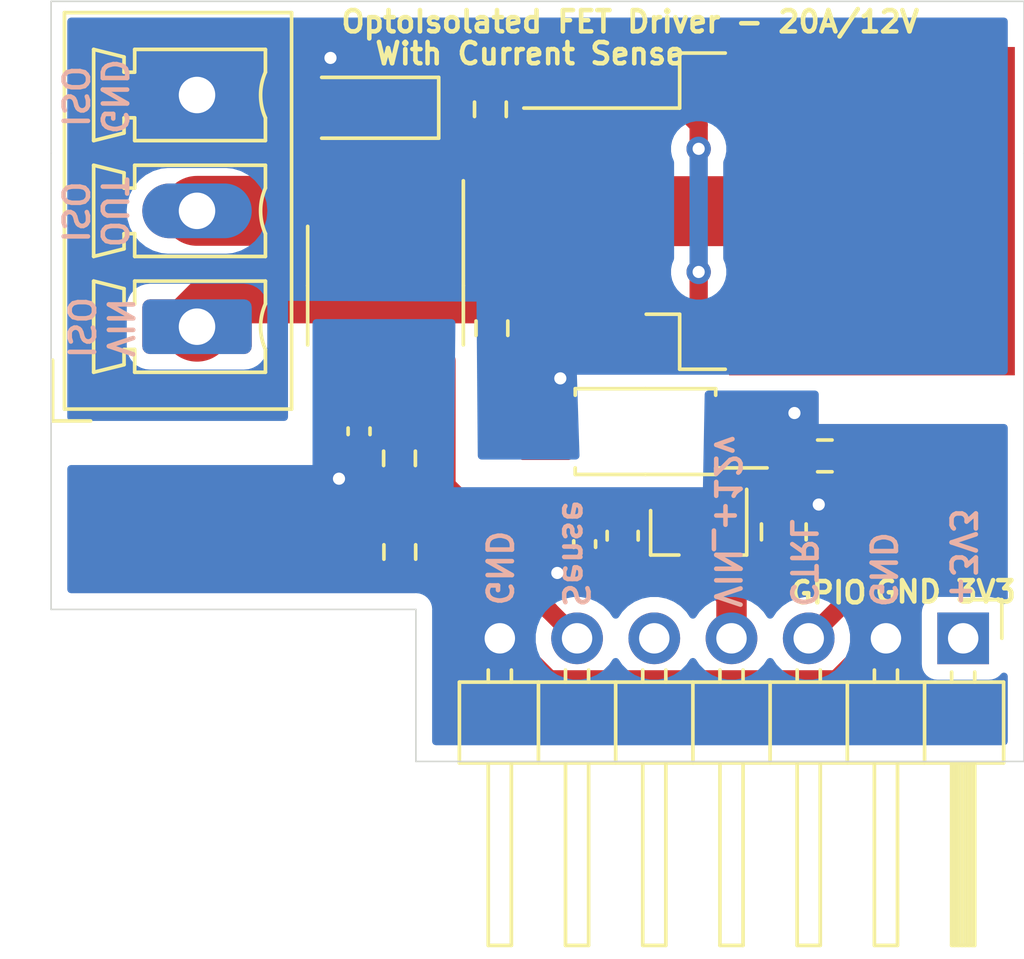
<source format=kicad_pcb>
(kicad_pcb (version 20171130) (host pcbnew "(5.1.8-0-10_14)")

  (general
    (thickness 1.6)
    (drawings 23)
    (tracks 91)
    (zones 0)
    (modules 16)
    (nets 15)
  )

  (page A4)
  (layers
    (0 F.Cu signal)
    (31 B.Cu signal)
    (32 B.Adhes user)
    (33 F.Adhes user)
    (34 B.Paste user)
    (35 F.Paste user hide)
    (36 B.SilkS user)
    (37 F.SilkS user)
    (38 B.Mask user hide)
    (39 F.Mask user hide)
    (40 Dwgs.User user)
    (41 Cmts.User user)
    (42 Eco1.User user)
    (43 Eco2.User user)
    (44 Edge.Cuts user)
    (45 Margin user)
    (46 B.CrtYd user)
    (47 F.CrtYd user)
    (48 B.Fab user)
    (49 F.Fab user)
  )

  (setup
    (last_trace_width 1)
    (user_trace_width 0.4)
    (user_trace_width 0.6)
    (user_trace_width 0.8)
    (user_trace_width 1)
    (user_trace_width 1.5)
    (user_trace_width 2)
    (user_trace_width 2.3)
    (trace_clearance 0.2)
    (zone_clearance 0.508)
    (zone_45_only no)
    (trace_min 0.2)
    (via_size 0.8)
    (via_drill 0.4)
    (via_min_size 0.4)
    (via_min_drill 0.3)
    (uvia_size 0.3)
    (uvia_drill 0.1)
    (uvias_allowed no)
    (uvia_min_size 0.2)
    (uvia_min_drill 0.1)
    (edge_width 0.05)
    (segment_width 0.2)
    (pcb_text_width 0.3)
    (pcb_text_size 1.5 1.5)
    (mod_edge_width 0.12)
    (mod_text_size 1 1)
    (mod_text_width 0.15)
    (pad_size 1.5 1.5)
    (pad_drill 0.7)
    (pad_to_mask_clearance 0)
    (aux_axis_origin 0 0)
    (visible_elements FFFFFF7F)
    (pcbplotparams
      (layerselection 0x010f0_ffffffff)
      (usegerberextensions false)
      (usegerberattributes true)
      (usegerberadvancedattributes true)
      (creategerberjobfile true)
      (excludeedgelayer false)
      (linewidth 0.100000)
      (plotframeref false)
      (viasonmask false)
      (mode 1)
      (useauxorigin false)
      (hpglpennumber 1)
      (hpglpenspeed 20)
      (hpglpendiameter 15.000000)
      (psnegative false)
      (psa4output false)
      (plotreference true)
      (plotvalue true)
      (plotinvisibletext false)
      (padsonsilk false)
      (subtractmaskfromsilk false)
      (outputformat 1)
      (mirror false)
      (drillshape 0)
      (scaleselection 1)
      (outputdirectory "assembly"))
  )

  (net 0 "")
  (net 1 GND)
  (net 2 /ISO_GND)
  (net 3 /ISO_OUT)
  (net 4 /GPIO)
  (net 5 "Net-(Q101-Pad1)")
  (net 6 "Net-(R101-Pad2)")
  (net 7 "Net-(R901-Pad1)")
  (net 8 /ISO_VIN)
  (net 9 +5V)
  (net 10 "Net-(C102-Pad1)")
  (net 11 /VIN)
  (net 12 /Sense)
  (net 13 "Net-(R104-Pad1)")
  (net 14 /ISO_OUT_RAW)

  (net_class Default "This is the default net class."
    (clearance 0.2)
    (trace_width 0.25)
    (via_dia 0.8)
    (via_drill 0.4)
    (uvia_dia 0.3)
    (uvia_drill 0.1)
    (add_net +5V)
    (add_net /GPIO)
    (add_net /ISO_GND)
    (add_net /ISO_OUT)
    (add_net /ISO_OUT_RAW)
    (add_net /ISO_VIN)
    (add_net /Sense)
    (add_net /VIN)
    (add_net GND)
    (add_net "Net-(C102-Pad1)")
    (add_net "Net-(Q101-Pad1)")
    (add_net "Net-(R101-Pad2)")
    (add_net "Net-(R104-Pad1)")
    (add_net "Net-(R901-Pad1)")
  )

  (module Connector_PinHeader_2.54mm:PinHeader_1x07_P2.54mm_Horizontal locked (layer F.Cu) (tedit 59FED5CB) (tstamp 5FB7C6CA)
    (at 138 88.95 270)
    (descr "Through hole angled pin header, 1x07, 2.54mm pitch, 6mm pin length, single row")
    (tags "Through hole angled pin header THT 1x07 2.54mm single row")
    (path /5FB70ADD)
    (fp_text reference J101 (at 4.385 -2.27 90) (layer F.SilkS) hide
      (effects (font (size 1 1) (thickness 0.15)))
    )
    (fp_text value Interface (at 4.385 17.51 90) (layer F.Fab) hide
      (effects (font (size 1 1) (thickness 0.15)))
    )
    (fp_line (start 10.55 -1.8) (end -1.8 -1.8) (layer F.CrtYd) (width 0.05))
    (fp_line (start 10.55 17.05) (end 10.55 -1.8) (layer F.CrtYd) (width 0.05))
    (fp_line (start -1.8 17.05) (end 10.55 17.05) (layer F.CrtYd) (width 0.05))
    (fp_line (start -1.8 -1.8) (end -1.8 17.05) (layer F.CrtYd) (width 0.05))
    (fp_line (start -1.27 -1.27) (end 0 -1.27) (layer F.SilkS) (width 0.12))
    (fp_line (start -1.27 0) (end -1.27 -1.27) (layer F.SilkS) (width 0.12))
    (fp_line (start 1.042929 15.62) (end 1.44 15.62) (layer F.SilkS) (width 0.12))
    (fp_line (start 1.042929 14.86) (end 1.44 14.86) (layer F.SilkS) (width 0.12))
    (fp_line (start 10.1 15.62) (end 4.1 15.62) (layer F.SilkS) (width 0.12))
    (fp_line (start 10.1 14.86) (end 10.1 15.62) (layer F.SilkS) (width 0.12))
    (fp_line (start 4.1 14.86) (end 10.1 14.86) (layer F.SilkS) (width 0.12))
    (fp_line (start 1.44 13.97) (end 4.1 13.97) (layer F.SilkS) (width 0.12))
    (fp_line (start 1.042929 13.08) (end 1.44 13.08) (layer F.SilkS) (width 0.12))
    (fp_line (start 1.042929 12.32) (end 1.44 12.32) (layer F.SilkS) (width 0.12))
    (fp_line (start 10.1 13.08) (end 4.1 13.08) (layer F.SilkS) (width 0.12))
    (fp_line (start 10.1 12.32) (end 10.1 13.08) (layer F.SilkS) (width 0.12))
    (fp_line (start 4.1 12.32) (end 10.1 12.32) (layer F.SilkS) (width 0.12))
    (fp_line (start 1.44 11.43) (end 4.1 11.43) (layer F.SilkS) (width 0.12))
    (fp_line (start 1.042929 10.54) (end 1.44 10.54) (layer F.SilkS) (width 0.12))
    (fp_line (start 1.042929 9.78) (end 1.44 9.78) (layer F.SilkS) (width 0.12))
    (fp_line (start 10.1 10.54) (end 4.1 10.54) (layer F.SilkS) (width 0.12))
    (fp_line (start 10.1 9.78) (end 10.1 10.54) (layer F.SilkS) (width 0.12))
    (fp_line (start 4.1 9.78) (end 10.1 9.78) (layer F.SilkS) (width 0.12))
    (fp_line (start 1.44 8.89) (end 4.1 8.89) (layer F.SilkS) (width 0.12))
    (fp_line (start 1.042929 8) (end 1.44 8) (layer F.SilkS) (width 0.12))
    (fp_line (start 1.042929 7.24) (end 1.44 7.24) (layer F.SilkS) (width 0.12))
    (fp_line (start 10.1 8) (end 4.1 8) (layer F.SilkS) (width 0.12))
    (fp_line (start 10.1 7.24) (end 10.1 8) (layer F.SilkS) (width 0.12))
    (fp_line (start 4.1 7.24) (end 10.1 7.24) (layer F.SilkS) (width 0.12))
    (fp_line (start 1.44 6.35) (end 4.1 6.35) (layer F.SilkS) (width 0.12))
    (fp_line (start 1.042929 5.46) (end 1.44 5.46) (layer F.SilkS) (width 0.12))
    (fp_line (start 1.042929 4.7) (end 1.44 4.7) (layer F.SilkS) (width 0.12))
    (fp_line (start 10.1 5.46) (end 4.1 5.46) (layer F.SilkS) (width 0.12))
    (fp_line (start 10.1 4.7) (end 10.1 5.46) (layer F.SilkS) (width 0.12))
    (fp_line (start 4.1 4.7) (end 10.1 4.7) (layer F.SilkS) (width 0.12))
    (fp_line (start 1.44 3.81) (end 4.1 3.81) (layer F.SilkS) (width 0.12))
    (fp_line (start 1.042929 2.92) (end 1.44 2.92) (layer F.SilkS) (width 0.12))
    (fp_line (start 1.042929 2.16) (end 1.44 2.16) (layer F.SilkS) (width 0.12))
    (fp_line (start 10.1 2.92) (end 4.1 2.92) (layer F.SilkS) (width 0.12))
    (fp_line (start 10.1 2.16) (end 10.1 2.92) (layer F.SilkS) (width 0.12))
    (fp_line (start 4.1 2.16) (end 10.1 2.16) (layer F.SilkS) (width 0.12))
    (fp_line (start 1.44 1.27) (end 4.1 1.27) (layer F.SilkS) (width 0.12))
    (fp_line (start 1.11 0.38) (end 1.44 0.38) (layer F.SilkS) (width 0.12))
    (fp_line (start 1.11 -0.38) (end 1.44 -0.38) (layer F.SilkS) (width 0.12))
    (fp_line (start 4.1 0.28) (end 10.1 0.28) (layer F.SilkS) (width 0.12))
    (fp_line (start 4.1 0.16) (end 10.1 0.16) (layer F.SilkS) (width 0.12))
    (fp_line (start 4.1 0.04) (end 10.1 0.04) (layer F.SilkS) (width 0.12))
    (fp_line (start 4.1 -0.08) (end 10.1 -0.08) (layer F.SilkS) (width 0.12))
    (fp_line (start 4.1 -0.2) (end 10.1 -0.2) (layer F.SilkS) (width 0.12))
    (fp_line (start 4.1 -0.32) (end 10.1 -0.32) (layer F.SilkS) (width 0.12))
    (fp_line (start 10.1 0.38) (end 4.1 0.38) (layer F.SilkS) (width 0.12))
    (fp_line (start 10.1 -0.38) (end 10.1 0.38) (layer F.SilkS) (width 0.12))
    (fp_line (start 4.1 -0.38) (end 10.1 -0.38) (layer F.SilkS) (width 0.12))
    (fp_line (start 4.1 -1.33) (end 1.44 -1.33) (layer F.SilkS) (width 0.12))
    (fp_line (start 4.1 16.57) (end 4.1 -1.33) (layer F.SilkS) (width 0.12))
    (fp_line (start 1.44 16.57) (end 4.1 16.57) (layer F.SilkS) (width 0.12))
    (fp_line (start 1.44 -1.33) (end 1.44 16.57) (layer F.SilkS) (width 0.12))
    (fp_line (start 4.04 15.56) (end 10.04 15.56) (layer F.Fab) (width 0.1))
    (fp_line (start 10.04 14.92) (end 10.04 15.56) (layer F.Fab) (width 0.1))
    (fp_line (start 4.04 14.92) (end 10.04 14.92) (layer F.Fab) (width 0.1))
    (fp_line (start -0.32 15.56) (end 1.5 15.56) (layer F.Fab) (width 0.1))
    (fp_line (start -0.32 14.92) (end -0.32 15.56) (layer F.Fab) (width 0.1))
    (fp_line (start -0.32 14.92) (end 1.5 14.92) (layer F.Fab) (width 0.1))
    (fp_line (start 4.04 13.02) (end 10.04 13.02) (layer F.Fab) (width 0.1))
    (fp_line (start 10.04 12.38) (end 10.04 13.02) (layer F.Fab) (width 0.1))
    (fp_line (start 4.04 12.38) (end 10.04 12.38) (layer F.Fab) (width 0.1))
    (fp_line (start -0.32 13.02) (end 1.5 13.02) (layer F.Fab) (width 0.1))
    (fp_line (start -0.32 12.38) (end -0.32 13.02) (layer F.Fab) (width 0.1))
    (fp_line (start -0.32 12.38) (end 1.5 12.38) (layer F.Fab) (width 0.1))
    (fp_line (start 4.04 10.48) (end 10.04 10.48) (layer F.Fab) (width 0.1))
    (fp_line (start 10.04 9.84) (end 10.04 10.48) (layer F.Fab) (width 0.1))
    (fp_line (start 4.04 9.84) (end 10.04 9.84) (layer F.Fab) (width 0.1))
    (fp_line (start -0.32 10.48) (end 1.5 10.48) (layer F.Fab) (width 0.1))
    (fp_line (start -0.32 9.84) (end -0.32 10.48) (layer F.Fab) (width 0.1))
    (fp_line (start -0.32 9.84) (end 1.5 9.84) (layer F.Fab) (width 0.1))
    (fp_line (start 4.04 7.94) (end 10.04 7.94) (layer F.Fab) (width 0.1))
    (fp_line (start 10.04 7.3) (end 10.04 7.94) (layer F.Fab) (width 0.1))
    (fp_line (start 4.04 7.3) (end 10.04 7.3) (layer F.Fab) (width 0.1))
    (fp_line (start -0.32 7.94) (end 1.5 7.94) (layer F.Fab) (width 0.1))
    (fp_line (start -0.32 7.3) (end -0.32 7.94) (layer F.Fab) (width 0.1))
    (fp_line (start -0.32 7.3) (end 1.5 7.3) (layer F.Fab) (width 0.1))
    (fp_line (start 4.04 5.4) (end 10.04 5.4) (layer F.Fab) (width 0.1))
    (fp_line (start 10.04 4.76) (end 10.04 5.4) (layer F.Fab) (width 0.1))
    (fp_line (start 4.04 4.76) (end 10.04 4.76) (layer F.Fab) (width 0.1))
    (fp_line (start -0.32 5.4) (end 1.5 5.4) (layer F.Fab) (width 0.1))
    (fp_line (start -0.32 4.76) (end -0.32 5.4) (layer F.Fab) (width 0.1))
    (fp_line (start -0.32 4.76) (end 1.5 4.76) (layer F.Fab) (width 0.1))
    (fp_line (start 4.04 2.86) (end 10.04 2.86) (layer F.Fab) (width 0.1))
    (fp_line (start 10.04 2.22) (end 10.04 2.86) (layer F.Fab) (width 0.1))
    (fp_line (start 4.04 2.22) (end 10.04 2.22) (layer F.Fab) (width 0.1))
    (fp_line (start -0.32 2.86) (end 1.5 2.86) (layer F.Fab) (width 0.1))
    (fp_line (start -0.32 2.22) (end -0.32 2.86) (layer F.Fab) (width 0.1))
    (fp_line (start -0.32 2.22) (end 1.5 2.22) (layer F.Fab) (width 0.1))
    (fp_line (start 4.04 0.32) (end 10.04 0.32) (layer F.Fab) (width 0.1))
    (fp_line (start 10.04 -0.32) (end 10.04 0.32) (layer F.Fab) (width 0.1))
    (fp_line (start 4.04 -0.32) (end 10.04 -0.32) (layer F.Fab) (width 0.1))
    (fp_line (start -0.32 0.32) (end 1.5 0.32) (layer F.Fab) (width 0.1))
    (fp_line (start -0.32 -0.32) (end -0.32 0.32) (layer F.Fab) (width 0.1))
    (fp_line (start -0.32 -0.32) (end 1.5 -0.32) (layer F.Fab) (width 0.1))
    (fp_line (start 1.5 -0.635) (end 2.135 -1.27) (layer F.Fab) (width 0.1))
    (fp_line (start 1.5 16.51) (end 1.5 -0.635) (layer F.Fab) (width 0.1))
    (fp_line (start 4.04 16.51) (end 1.5 16.51) (layer F.Fab) (width 0.1))
    (fp_line (start 4.04 -1.27) (end 4.04 16.51) (layer F.Fab) (width 0.1))
    (fp_line (start 2.135 -1.27) (end 4.04 -1.27) (layer F.Fab) (width 0.1))
    (fp_text user %R (at 2.77 7.62) (layer F.Fab) hide
      (effects (font (size 1 1) (thickness 0.15)))
    )
    (pad 7 thru_hole oval (at 0 15.24 270) (size 1.7 1.7) (drill 1) (layers *.Cu *.Mask)
      (net 1 GND))
    (pad 6 thru_hole oval (at 0 12.7 270) (size 1.7 1.7) (drill 1) (layers *.Cu *.Mask)
      (net 12 /Sense))
    (pad 5 thru_hole oval (at 0 10.16 270) (size 1.7 1.7) (drill 1) (layers *.Cu *.Mask))
    (pad 4 thru_hole oval (at 0 7.62 270) (size 1.7 1.7) (drill 1) (layers *.Cu *.Mask)
      (net 11 /VIN))
    (pad 3 thru_hole oval (at 0 5.08 270) (size 1.7 1.7) (drill 1) (layers *.Cu *.Mask)
      (net 4 /GPIO))
    (pad 2 thru_hole oval (at 0 2.54 270) (size 1.7 1.7) (drill 1) (layers *.Cu *.Mask)
      (net 1 GND))
    (pad 1 thru_hole rect (at 0 0 270) (size 1.7 1.7) (drill 1) (layers *.Cu *.Mask))
    (model ${KISYS3DMOD}/Connector_PinHeader_2.54mm.3dshapes/PinHeader_1x07_P2.54mm_Horizontal.wrl
      (at (xyz 0 0 0))
      (scale (xyz 1 1 1))
      (rotate (xyz 0 0 0))
    )
  )

  (module Resistor_SMD:R_0603_1608Metric (layer F.Cu) (tedit 5F68FEEE) (tstamp 5FB8664F)
    (at 133.45 82.95)
    (descr "Resistor SMD 0603 (1608 Metric), square (rectangular) end terminal, IPC_7351 nominal, (Body size source: IPC-SM-782 page 72, https://www.pcb-3d.com/wordpress/wp-content/uploads/ipc-sm-782a_amendment_1_and_2.pdf), generated with kicad-footprint-generator")
    (tags resistor)
    (path /5FB305CD)
    (attr smd)
    (fp_text reference R901 (at 0 -1.43) (layer F.SilkS) hide
      (effects (font (size 1 1) (thickness 0.15)))
    )
    (fp_text value 220R (at 0 1.43) (layer F.Fab) hide
      (effects (font (size 1 1) (thickness 0.15)))
    )
    (fp_line (start -0.8 0.4125) (end -0.8 -0.4125) (layer F.Fab) (width 0.1))
    (fp_line (start -0.8 -0.4125) (end 0.8 -0.4125) (layer F.Fab) (width 0.1))
    (fp_line (start 0.8 -0.4125) (end 0.8 0.4125) (layer F.Fab) (width 0.1))
    (fp_line (start 0.8 0.4125) (end -0.8 0.4125) (layer F.Fab) (width 0.1))
    (fp_line (start -0.237258 -0.5225) (end 0.237258 -0.5225) (layer F.SilkS) (width 0.12))
    (fp_line (start -0.237258 0.5225) (end 0.237258 0.5225) (layer F.SilkS) (width 0.12))
    (fp_line (start -1.48 0.73) (end -1.48 -0.73) (layer F.CrtYd) (width 0.05))
    (fp_line (start -1.48 -0.73) (end 1.48 -0.73) (layer F.CrtYd) (width 0.05))
    (fp_line (start 1.48 -0.73) (end 1.48 0.73) (layer F.CrtYd) (width 0.05))
    (fp_line (start 1.48 0.73) (end -1.48 0.73) (layer F.CrtYd) (width 0.05))
    (fp_text user %R (at 0 0) (layer F.Fab) hide
      (effects (font (size 0.4 0.4) (thickness 0.06)))
    )
    (pad 2 smd roundrect (at 0.825 0) (size 0.8 0.95) (layers F.Cu F.Paste F.Mask) (roundrect_rratio 0.25)
      (net 4 /GPIO))
    (pad 1 smd roundrect (at -0.825 0) (size 0.8 0.95) (layers F.Cu F.Paste F.Mask) (roundrect_rratio 0.25)
      (net 7 "Net-(R901-Pad1)"))
    (model ${KISYS3DMOD}/Resistor_SMD.3dshapes/R_0603_1608Metric.wrl
      (at (xyz 0 0 0))
      (scale (xyz 1 1 1))
      (rotate (xyz 0 0 0))
    )
  )

  (module Capacitor_SMD:C_0402_1005Metric (layer F.Cu) (tedit 5F68FEEE) (tstamp 5FB985E1)
    (at 125.55 85.85 90)
    (descr "Capacitor SMD 0402 (1005 Metric), square (rectangular) end terminal, IPC_7351 nominal, (Body size source: IPC-SM-782 page 76, https://www.pcb-3d.com/wordpress/wp-content/uploads/ipc-sm-782a_amendment_1_and_2.pdf), generated with kicad-footprint-generator")
    (tags capacitor)
    (path /5FBE0827)
    (attr smd)
    (fp_text reference C101 (at 0 -1.16 90) (layer F.SilkS) hide
      (effects (font (size 1 1) (thickness 0.15)))
    )
    (fp_text value 100nF (at 0 1.16 90) (layer F.Fab) hide
      (effects (font (size 1 1) (thickness 0.15)))
    )
    (fp_text user %R (at 0 0 90) (layer F.Fab) hide
      (effects (font (size 0.25 0.25) (thickness 0.04)))
    )
    (fp_line (start -0.5 0.25) (end -0.5 -0.25) (layer F.Fab) (width 0.1))
    (fp_line (start -0.5 -0.25) (end 0.5 -0.25) (layer F.Fab) (width 0.1))
    (fp_line (start 0.5 -0.25) (end 0.5 0.25) (layer F.Fab) (width 0.1))
    (fp_line (start 0.5 0.25) (end -0.5 0.25) (layer F.Fab) (width 0.1))
    (fp_line (start -0.107836 -0.36) (end 0.107836 -0.36) (layer F.SilkS) (width 0.12))
    (fp_line (start -0.107836 0.36) (end 0.107836 0.36) (layer F.SilkS) (width 0.12))
    (fp_line (start -0.91 0.46) (end -0.91 -0.46) (layer F.CrtYd) (width 0.05))
    (fp_line (start -0.91 -0.46) (end 0.91 -0.46) (layer F.CrtYd) (width 0.05))
    (fp_line (start 0.91 -0.46) (end 0.91 0.46) (layer F.CrtYd) (width 0.05))
    (fp_line (start 0.91 0.46) (end -0.91 0.46) (layer F.CrtYd) (width 0.05))
    (pad 2 smd roundrect (at 0.48 0 90) (size 0.56 0.62) (layers F.Cu F.Paste F.Mask) (roundrect_rratio 0.25)
      (net 9 +5V))
    (pad 1 smd roundrect (at -0.48 0 90) (size 0.56 0.62) (layers F.Cu F.Paste F.Mask) (roundrect_rratio 0.25)
      (net 1 GND))
    (model ${KISYS3DMOD}/Capacitor_SMD.3dshapes/C_0402_1005Metric.wrl
      (at (xyz 0 0 0))
      (scale (xyz 1 1 1))
      (rotate (xyz 0 0 0))
    )
  )

  (module Package_TO_SOT_SMD:SOT-23 (layer F.Cu) (tedit 5A02FF57) (tstamp 5FB988F9)
    (at 129.3 85.45 270)
    (descr "SOT-23, Standard")
    (tags SOT-23)
    (path /5F94C95C)
    (attr smd)
    (fp_text reference U603 (at 0 -2.5 90) (layer F.SilkS) hide
      (effects (font (size 1 1) (thickness 0.15)))
    )
    (fp_text value H7550-H# (at 0 2.5 90) (layer F.Fab) hide
      (effects (font (size 1 1) (thickness 0.15)))
    )
    (fp_text user %R (at 0 0) (layer F.Fab) hide
      (effects (font (size 0.5 0.5) (thickness 0.075)))
    )
    (fp_line (start -0.7 -0.95) (end -0.7 1.5) (layer F.Fab) (width 0.1))
    (fp_line (start -0.15 -1.52) (end 0.7 -1.52) (layer F.Fab) (width 0.1))
    (fp_line (start -0.7 -0.95) (end -0.15 -1.52) (layer F.Fab) (width 0.1))
    (fp_line (start 0.7 -1.52) (end 0.7 1.52) (layer F.Fab) (width 0.1))
    (fp_line (start -0.7 1.52) (end 0.7 1.52) (layer F.Fab) (width 0.1))
    (fp_line (start 0.76 1.58) (end 0.76 0.65) (layer F.SilkS) (width 0.12))
    (fp_line (start 0.76 -1.58) (end 0.76 -0.65) (layer F.SilkS) (width 0.12))
    (fp_line (start -1.7 -1.75) (end 1.7 -1.75) (layer F.CrtYd) (width 0.05))
    (fp_line (start 1.7 -1.75) (end 1.7 1.75) (layer F.CrtYd) (width 0.05))
    (fp_line (start 1.7 1.75) (end -1.7 1.75) (layer F.CrtYd) (width 0.05))
    (fp_line (start -1.7 1.75) (end -1.7 -1.75) (layer F.CrtYd) (width 0.05))
    (fp_line (start 0.76 -1.58) (end -1.4 -1.58) (layer F.SilkS) (width 0.12))
    (fp_line (start 0.76 1.58) (end -0.7 1.58) (layer F.SilkS) (width 0.12))
    (pad 3 smd rect (at 1 0 270) (size 0.9 0.8) (layers F.Cu F.Paste F.Mask)
      (net 11 /VIN))
    (pad 2 smd rect (at -1 0.95 270) (size 0.9 0.8) (layers F.Cu F.Paste F.Mask)
      (net 9 +5V))
    (pad 1 smd rect (at -1 -0.95 270) (size 0.9 0.8) (layers F.Cu F.Paste F.Mask)
      (net 1 GND))
    (model ${KISYS3DMOD}/Package_TO_SOT_SMD.3dshapes/SOT-23.wrl
      (at (xyz 0 0 0))
      (scale (xyz 1 1 1))
      (rotate (xyz 0 0 0))
    )
  )

  (module Resistor_SMD:R_0603_1608Metric (layer F.Cu) (tedit 5F68FEEE) (tstamp 5FB9885E)
    (at 119.46 83.03 270)
    (descr "Resistor SMD 0603 (1608 Metric), square (rectangular) end terminal, IPC_7351 nominal, (Body size source: IPC-SM-782 page 72, https://www.pcb-3d.com/wordpress/wp-content/uploads/ipc-sm-782a_amendment_1_and_2.pdf), generated with kicad-footprint-generator")
    (tags resistor)
    (path /5FC016A6)
    (attr smd)
    (fp_text reference R104 (at 0 -1.43 90) (layer F.SilkS) hide
      (effects (font (size 1 1) (thickness 0.15)))
    )
    (fp_text value 2k (at 0 1.43 90) (layer F.Fab) hide
      (effects (font (size 1 1) (thickness 0.15)))
    )
    (fp_text user %R (at 0 0 90) (layer F.Fab) hide
      (effects (font (size 0.4 0.4) (thickness 0.06)))
    )
    (fp_line (start -0.8 0.4125) (end -0.8 -0.4125) (layer F.Fab) (width 0.1))
    (fp_line (start -0.8 -0.4125) (end 0.8 -0.4125) (layer F.Fab) (width 0.1))
    (fp_line (start 0.8 -0.4125) (end 0.8 0.4125) (layer F.Fab) (width 0.1))
    (fp_line (start 0.8 0.4125) (end -0.8 0.4125) (layer F.Fab) (width 0.1))
    (fp_line (start -0.237258 -0.5225) (end 0.237258 -0.5225) (layer F.SilkS) (width 0.12))
    (fp_line (start -0.237258 0.5225) (end 0.237258 0.5225) (layer F.SilkS) (width 0.12))
    (fp_line (start -1.48 0.73) (end -1.48 -0.73) (layer F.CrtYd) (width 0.05))
    (fp_line (start -1.48 -0.73) (end 1.48 -0.73) (layer F.CrtYd) (width 0.05))
    (fp_line (start 1.48 -0.73) (end 1.48 0.73) (layer F.CrtYd) (width 0.05))
    (fp_line (start 1.48 0.73) (end -1.48 0.73) (layer F.CrtYd) (width 0.05))
    (pad 2 smd roundrect (at 0.825 0 270) (size 0.8 0.95) (layers F.Cu F.Paste F.Mask) (roundrect_rratio 0.25)
      (net 12 /Sense))
    (pad 1 smd roundrect (at -0.825 0 270) (size 0.8 0.95) (layers F.Cu F.Paste F.Mask) (roundrect_rratio 0.25)
      (net 13 "Net-(R104-Pad1)"))
    (model ${KISYS3DMOD}/Resistor_SMD.3dshapes/R_0603_1608Metric.wrl
      (at (xyz 0 0 0))
      (scale (xyz 1 1 1))
      (rotate (xyz 0 0 0))
    )
  )

  (module Resistor_SMD:R_0603_1608Metric (layer F.Cu) (tedit 5F68FEEE) (tstamp 5FB9884D)
    (at 119.47 86.11 270)
    (descr "Resistor SMD 0603 (1608 Metric), square (rectangular) end terminal, IPC_7351 nominal, (Body size source: IPC-SM-782 page 72, https://www.pcb-3d.com/wordpress/wp-content/uploads/ipc-sm-782a_amendment_1_and_2.pdf), generated with kicad-footprint-generator")
    (tags resistor)
    (path /5FC01F4B)
    (attr smd)
    (fp_text reference R103 (at 0 -1.43 90) (layer F.SilkS) hide
      (effects (font (size 1 1) (thickness 0.15)))
    )
    (fp_text value 10k (at 0 1.43 90) (layer F.Fab) hide
      (effects (font (size 1 1) (thickness 0.15)))
    )
    (fp_text user %R (at 0 0 90) (layer F.Fab) hide
      (effects (font (size 0.4 0.4) (thickness 0.06)))
    )
    (fp_line (start -0.8 0.4125) (end -0.8 -0.4125) (layer F.Fab) (width 0.1))
    (fp_line (start -0.8 -0.4125) (end 0.8 -0.4125) (layer F.Fab) (width 0.1))
    (fp_line (start 0.8 -0.4125) (end 0.8 0.4125) (layer F.Fab) (width 0.1))
    (fp_line (start 0.8 0.4125) (end -0.8 0.4125) (layer F.Fab) (width 0.1))
    (fp_line (start -0.237258 -0.5225) (end 0.237258 -0.5225) (layer F.SilkS) (width 0.12))
    (fp_line (start -0.237258 0.5225) (end 0.237258 0.5225) (layer F.SilkS) (width 0.12))
    (fp_line (start -1.48 0.73) (end -1.48 -0.73) (layer F.CrtYd) (width 0.05))
    (fp_line (start -1.48 -0.73) (end 1.48 -0.73) (layer F.CrtYd) (width 0.05))
    (fp_line (start 1.48 -0.73) (end 1.48 0.73) (layer F.CrtYd) (width 0.05))
    (fp_line (start 1.48 0.73) (end -1.48 0.73) (layer F.CrtYd) (width 0.05))
    (pad 2 smd roundrect (at 0.825 0 270) (size 0.8 0.95) (layers F.Cu F.Paste F.Mask) (roundrect_rratio 0.25)
      (net 1 GND))
    (pad 1 smd roundrect (at -0.825 0 270) (size 0.8 0.95) (layers F.Cu F.Paste F.Mask) (roundrect_rratio 0.25)
      (net 12 /Sense))
    (model ${KISYS3DMOD}/Resistor_SMD.3dshapes/R_0603_1608Metric.wrl
      (at (xyz 0 0 0))
      (scale (xyz 1 1 1))
      (rotate (xyz 0 0 0))
    )
  )

  (module Resistor_SMD:R_0603_1608Metric (layer F.Cu) (tedit 5F68FEEE) (tstamp 5FB9881C)
    (at 122.5 78.75 270)
    (descr "Resistor SMD 0603 (1608 Metric), square (rectangular) end terminal, IPC_7351 nominal, (Body size source: IPC-SM-782 page 72, https://www.pcb-3d.com/wordpress/wp-content/uploads/ipc-sm-782a_amendment_1_and_2.pdf), generated with kicad-footprint-generator")
    (tags resistor)
    (path /5FB354D0)
    (attr smd)
    (fp_text reference R101 (at 0 -1.43 90) (layer F.SilkS) hide
      (effects (font (size 1 1) (thickness 0.15)))
    )
    (fp_text value 10k (at 0 1.43 90) (layer F.Fab) hide
      (effects (font (size 1 1) (thickness 0.15)))
    )
    (fp_text user %R (at 0 0 90) (layer F.Fab) hide
      (effects (font (size 0.4 0.4) (thickness 0.06)))
    )
    (fp_line (start -0.8 0.4125) (end -0.8 -0.4125) (layer F.Fab) (width 0.1))
    (fp_line (start -0.8 -0.4125) (end 0.8 -0.4125) (layer F.Fab) (width 0.1))
    (fp_line (start 0.8 -0.4125) (end 0.8 0.4125) (layer F.Fab) (width 0.1))
    (fp_line (start 0.8 0.4125) (end -0.8 0.4125) (layer F.Fab) (width 0.1))
    (fp_line (start -0.237258 -0.5225) (end 0.237258 -0.5225) (layer F.SilkS) (width 0.12))
    (fp_line (start -0.237258 0.5225) (end 0.237258 0.5225) (layer F.SilkS) (width 0.12))
    (fp_line (start -1.48 0.73) (end -1.48 -0.73) (layer F.CrtYd) (width 0.05))
    (fp_line (start -1.48 -0.73) (end 1.48 -0.73) (layer F.CrtYd) (width 0.05))
    (fp_line (start 1.48 -0.73) (end 1.48 0.73) (layer F.CrtYd) (width 0.05))
    (fp_line (start 1.48 0.73) (end -1.48 0.73) (layer F.CrtYd) (width 0.05))
    (pad 2 smd roundrect (at 0.825 0 270) (size 0.8 0.95) (layers F.Cu F.Paste F.Mask) (roundrect_rratio 0.25)
      (net 6 "Net-(R101-Pad2)"))
    (pad 1 smd roundrect (at -0.825 0 270) (size 0.8 0.95) (layers F.Cu F.Paste F.Mask) (roundrect_rratio 0.25)
      (net 8 /ISO_VIN))
    (model ${KISYS3DMOD}/Resistor_SMD.3dshapes/R_0603_1608Metric.wrl
      (at (xyz 0 0 0))
      (scale (xyz 1 1 1))
      (rotate (xyz 0 0 0))
    )
  )

  (module Capacitor_SMD:C_0603_1608Metric (layer F.Cu) (tedit 5F68FEEE) (tstamp 5FB98614)
    (at 126.8 85.575 270)
    (descr "Capacitor SMD 0603 (1608 Metric), square (rectangular) end terminal, IPC_7351 nominal, (Body size source: IPC-SM-782 page 76, https://www.pcb-3d.com/wordpress/wp-content/uploads/ipc-sm-782a_amendment_1_and_2.pdf), generated with kicad-footprint-generator")
    (tags capacitor)
    (path /5F94C99B)
    (attr smd)
    (fp_text reference C605 (at 0 -1.43 90) (layer F.SilkS) hide
      (effects (font (size 1 1) (thickness 0.15)))
    )
    (fp_text value 2.2uF/16V (at 0 1.43 90) (layer F.Fab) hide
      (effects (font (size 1 1) (thickness 0.15)))
    )
    (fp_text user %R (at 0 0 90) (layer F.Fab) hide
      (effects (font (size 0.4 0.4) (thickness 0.06)))
    )
    (fp_line (start -0.8 0.4) (end -0.8 -0.4) (layer F.Fab) (width 0.1))
    (fp_line (start -0.8 -0.4) (end 0.8 -0.4) (layer F.Fab) (width 0.1))
    (fp_line (start 0.8 -0.4) (end 0.8 0.4) (layer F.Fab) (width 0.1))
    (fp_line (start 0.8 0.4) (end -0.8 0.4) (layer F.Fab) (width 0.1))
    (fp_line (start -0.14058 -0.51) (end 0.14058 -0.51) (layer F.SilkS) (width 0.12))
    (fp_line (start -0.14058 0.51) (end 0.14058 0.51) (layer F.SilkS) (width 0.12))
    (fp_line (start -1.48 0.73) (end -1.48 -0.73) (layer F.CrtYd) (width 0.05))
    (fp_line (start -1.48 -0.73) (end 1.48 -0.73) (layer F.CrtYd) (width 0.05))
    (fp_line (start 1.48 -0.73) (end 1.48 0.73) (layer F.CrtYd) (width 0.05))
    (fp_line (start 1.48 0.73) (end -1.48 0.73) (layer F.CrtYd) (width 0.05))
    (pad 2 smd roundrect (at 0.775 0 270) (size 0.9 0.95) (layers F.Cu F.Paste F.Mask) (roundrect_rratio 0.25)
      (net 1 GND))
    (pad 1 smd roundrect (at -0.775 0 270) (size 0.9 0.95) (layers F.Cu F.Paste F.Mask) (roundrect_rratio 0.25)
      (net 9 +5V))
    (model ${KISYS3DMOD}/Capacitor_SMD.3dshapes/C_0603_1608Metric.wrl
      (at (xyz 0 0 0))
      (scale (xyz 1 1 1))
      (rotate (xyz 0 0 0))
    )
  )

  (module Capacitor_SMD:C_0805_2012Metric (layer F.Cu) (tedit 5F68FEEE) (tstamp 5FB98603)
    (at 132.1 85.45 90)
    (descr "Capacitor SMD 0805 (2012 Metric), square (rectangular) end terminal, IPC_7351 nominal, (Body size source: IPC-SM-782 page 76, https://www.pcb-3d.com/wordpress/wp-content/uploads/ipc-sm-782a_amendment_1_and_2.pdf, https://docs.google.com/spreadsheets/d/1BsfQQcO9C6DZCsRaXUlFlo91Tg2WpOkGARC1WS5S8t0/edit?usp=sharing), generated with kicad-footprint-generator")
    (tags capacitor)
    (path /5F94C994)
    (attr smd)
    (fp_text reference C603 (at 0 -1.68 90) (layer F.SilkS) hide
      (effects (font (size 1 1) (thickness 0.15)))
    )
    (fp_text value 2.2uF/50V (at 0 1.68 90) (layer F.Fab) hide
      (effects (font (size 1 1) (thickness 0.15)))
    )
    (fp_text user %R (at 0 0 90) (layer F.Fab) hide
      (effects (font (size 0.5 0.5) (thickness 0.08)))
    )
    (fp_line (start -1 0.625) (end -1 -0.625) (layer F.Fab) (width 0.1))
    (fp_line (start -1 -0.625) (end 1 -0.625) (layer F.Fab) (width 0.1))
    (fp_line (start 1 -0.625) (end 1 0.625) (layer F.Fab) (width 0.1))
    (fp_line (start 1 0.625) (end -1 0.625) (layer F.Fab) (width 0.1))
    (fp_line (start -0.261252 -0.735) (end 0.261252 -0.735) (layer F.SilkS) (width 0.12))
    (fp_line (start -0.261252 0.735) (end 0.261252 0.735) (layer F.SilkS) (width 0.12))
    (fp_line (start -1.7 0.98) (end -1.7 -0.98) (layer F.CrtYd) (width 0.05))
    (fp_line (start -1.7 -0.98) (end 1.7 -0.98) (layer F.CrtYd) (width 0.05))
    (fp_line (start 1.7 -0.98) (end 1.7 0.98) (layer F.CrtYd) (width 0.05))
    (fp_line (start 1.7 0.98) (end -1.7 0.98) (layer F.CrtYd) (width 0.05))
    (pad 2 smd roundrect (at 0.95 0 90) (size 1 1.45) (layers F.Cu F.Paste F.Mask) (roundrect_rratio 0.25)
      (net 1 GND))
    (pad 1 smd roundrect (at -0.95 0 90) (size 1 1.45) (layers F.Cu F.Paste F.Mask) (roundrect_rratio 0.25)
      (net 11 /VIN))
    (model ${KISYS3DMOD}/Capacitor_SMD.3dshapes/C_0805_2012Metric.wrl
      (at (xyz 0 0 0))
      (scale (xyz 1 1 1))
      (rotate (xyz 0 0 0))
    )
  )

  (module Capacitor_SMD:C_0402_1005Metric (layer F.Cu) (tedit 5F68FEEE) (tstamp 5FB985F2)
    (at 118.13 82.14 270)
    (descr "Capacitor SMD 0402 (1005 Metric), square (rectangular) end terminal, IPC_7351 nominal, (Body size source: IPC-SM-782 page 76, https://www.pcb-3d.com/wordpress/wp-content/uploads/ipc-sm-782a_amendment_1_and_2.pdf), generated with kicad-footprint-generator")
    (tags capacitor)
    (path /5FBE0402)
    (attr smd)
    (fp_text reference C102 (at 0 -1.16 90) (layer F.SilkS) hide
      (effects (font (size 1 1) (thickness 0.15)))
    )
    (fp_text value 100nF (at 0 1.16 90) (layer F.Fab) hide
      (effects (font (size 1 1) (thickness 0.15)))
    )
    (fp_text user %R (at 0 0 90) (layer F.Fab) hide
      (effects (font (size 0.25 0.25) (thickness 0.04)))
    )
    (fp_line (start -0.5 0.25) (end -0.5 -0.25) (layer F.Fab) (width 0.1))
    (fp_line (start -0.5 -0.25) (end 0.5 -0.25) (layer F.Fab) (width 0.1))
    (fp_line (start 0.5 -0.25) (end 0.5 0.25) (layer F.Fab) (width 0.1))
    (fp_line (start 0.5 0.25) (end -0.5 0.25) (layer F.Fab) (width 0.1))
    (fp_line (start -0.107836 -0.36) (end 0.107836 -0.36) (layer F.SilkS) (width 0.12))
    (fp_line (start -0.107836 0.36) (end 0.107836 0.36) (layer F.SilkS) (width 0.12))
    (fp_line (start -0.91 0.46) (end -0.91 -0.46) (layer F.CrtYd) (width 0.05))
    (fp_line (start -0.91 -0.46) (end 0.91 -0.46) (layer F.CrtYd) (width 0.05))
    (fp_line (start 0.91 -0.46) (end 0.91 0.46) (layer F.CrtYd) (width 0.05))
    (fp_line (start 0.91 0.46) (end -0.91 0.46) (layer F.CrtYd) (width 0.05))
    (pad 2 smd roundrect (at 0.48 0 270) (size 0.56 0.62) (layers F.Cu F.Paste F.Mask) (roundrect_rratio 0.25)
      (net 1 GND))
    (pad 1 smd roundrect (at -0.48 0 270) (size 0.56 0.62) (layers F.Cu F.Paste F.Mask) (roundrect_rratio 0.25)
      (net 10 "Net-(C102-Pad1)"))
    (model ${KISYS3DMOD}/Capacitor_SMD.3dshapes/C_0402_1005Metric.wrl
      (at (xyz 0 0 0))
      (scale (xyz 1 1 1))
      (rotate (xyz 0 0 0))
    )
  )

  (module Package_TO_SOT_SMD:TO-263-2 (layer F.Cu) (tedit 5A70FB7B) (tstamp 5FB97C13)
    (at 131.625 74.9)
    (descr "TO-263 / D2PAK / DDPAK SMD package, http://www.infineon.com/cms/en/product/packages/PG-TO263/PG-TO263-3-1/")
    (tags "D2PAK DDPAK TO-263 D2PAK-3 TO-263-3 SOT-404")
    (path /5FB80F51)
    (attr smd)
    (fp_text reference Q101 (at 0 -6.65) (layer F.SilkS) hide
      (effects (font (size 1 1) (thickness 0.15)))
    )
    (fp_text value IRF5210SPbF (at 0 6.65) (layer F.Fab) hide
      (effects (font (size 1 1) (thickness 0.15)))
    )
    (fp_line (start 6.5 -5) (end 7.5 -5) (layer F.Fab) (width 0.1))
    (fp_line (start 7.5 -5) (end 7.5 5) (layer F.Fab) (width 0.1))
    (fp_line (start 7.5 5) (end 6.5 5) (layer F.Fab) (width 0.1))
    (fp_line (start 6.5 -5) (end 6.5 5) (layer F.Fab) (width 0.1))
    (fp_line (start 6.5 5) (end -2.75 5) (layer F.Fab) (width 0.1))
    (fp_line (start -2.75 5) (end -2.75 -4) (layer F.Fab) (width 0.1))
    (fp_line (start -2.75 -4) (end -1.75 -5) (layer F.Fab) (width 0.1))
    (fp_line (start -1.75 -5) (end 6.5 -5) (layer F.Fab) (width 0.1))
    (fp_line (start -2.75 -3.04) (end -7.45 -3.04) (layer F.Fab) (width 0.1))
    (fp_line (start -7.45 -3.04) (end -7.45 -2.04) (layer F.Fab) (width 0.1))
    (fp_line (start -7.45 -2.04) (end -2.75 -2.04) (layer F.Fab) (width 0.1))
    (fp_line (start -2.75 2.04) (end -7.45 2.04) (layer F.Fab) (width 0.1))
    (fp_line (start -7.45 2.04) (end -7.45 3.04) (layer F.Fab) (width 0.1))
    (fp_line (start -7.45 3.04) (end -2.75 3.04) (layer F.Fab) (width 0.1))
    (fp_line (start -1.45 -5.2) (end -2.95 -5.2) (layer F.SilkS) (width 0.12))
    (fp_line (start -2.95 -5.2) (end -2.95 -3.39) (layer F.SilkS) (width 0.12))
    (fp_line (start -2.95 -3.39) (end -8.075 -3.39) (layer F.SilkS) (width 0.12))
    (fp_line (start -1.45 5.2) (end -2.95 5.2) (layer F.SilkS) (width 0.12))
    (fp_line (start -2.95 5.2) (end -2.95 3.39) (layer F.SilkS) (width 0.12))
    (fp_line (start -2.95 3.39) (end -4.05 3.39) (layer F.SilkS) (width 0.12))
    (fp_line (start -8.32 -5.65) (end -8.32 5.65) (layer F.CrtYd) (width 0.05))
    (fp_line (start -8.32 5.65) (end 8.32 5.65) (layer F.CrtYd) (width 0.05))
    (fp_line (start 8.32 5.65) (end 8.32 -5.65) (layer F.CrtYd) (width 0.05))
    (fp_line (start 8.32 -5.65) (end -8.32 -5.65) (layer F.CrtYd) (width 0.05))
    (fp_text user %R (at 0 0) (layer F.Fab) hide
      (effects (font (size 1 1) (thickness 0.15)))
    )
    (pad "" smd rect (at 0.95 2.775) (size 4.55 5.25) (layers F.Paste))
    (pad "" smd rect (at 5.8 -2.775) (size 4.55 5.25) (layers F.Paste))
    (pad "" smd rect (at 0.95 -2.775) (size 4.55 5.25) (layers F.Paste))
    (pad "" smd rect (at 5.8 2.775) (size 4.55 5.25) (layers F.Paste))
    (pad 2 smd rect (at 3.375 0) (size 9.4 10.8) (layers F.Cu F.Mask)
      (net 14 /ISO_OUT_RAW))
    (pad 3 smd rect (at -5.775 2.54) (size 4.6 1.1) (layers F.Cu F.Paste F.Mask)
      (net 8 /ISO_VIN))
    (pad 1 smd rect (at -5.775 -2.54) (size 4.6 1.1) (layers F.Cu F.Paste F.Mask)
      (net 5 "Net-(Q101-Pad1)"))
    (model ${KISYS3DMOD}/Package_TO_SOT_SMD.3dshapes/TO-263-2.wrl
      (at (xyz 0 0 0))
      (scale (xyz 1 1 1))
      (rotate (xyz 0 0 0))
    )
  )

  (module Package_SO:SOIC-8_3.9x4.9mm_P1.27mm (layer F.Cu) (tedit 5D9F72B1) (tstamp 5FB9903B)
    (at 119 77.35 270)
    (descr "SOIC, 8 Pin (JEDEC MS-012AA, https://www.analog.com/media/en/package-pcb-resources/package/pkg_pdf/soic_narrow-r/r_8.pdf), generated with kicad-footprint-generator ipc_gullwing_generator.py")
    (tags "SOIC SO")
    (path /5FB98904)
    (attr smd)
    (fp_text reference U102 (at 0 -3.4 90) (layer F.SilkS) hide
      (effects (font (size 1 1) (thickness 0.15)))
    )
    (fp_text value ACS712xLCTR-20A (at 0 3.4 90) (layer F.Fab) hide
      (effects (font (size 1 1) (thickness 0.15)))
    )
    (fp_line (start 3.7 -2.7) (end -3.7 -2.7) (layer F.CrtYd) (width 0.05))
    (fp_line (start 3.7 2.7) (end 3.7 -2.7) (layer F.CrtYd) (width 0.05))
    (fp_line (start -3.7 2.7) (end 3.7 2.7) (layer F.CrtYd) (width 0.05))
    (fp_line (start -3.7 -2.7) (end -3.7 2.7) (layer F.CrtYd) (width 0.05))
    (fp_line (start -1.95 -1.475) (end -0.975 -2.45) (layer F.Fab) (width 0.1))
    (fp_line (start -1.95 2.45) (end -1.95 -1.475) (layer F.Fab) (width 0.1))
    (fp_line (start 1.95 2.45) (end -1.95 2.45) (layer F.Fab) (width 0.1))
    (fp_line (start 1.95 -2.45) (end 1.95 2.45) (layer F.Fab) (width 0.1))
    (fp_line (start -0.975 -2.45) (end 1.95 -2.45) (layer F.Fab) (width 0.1))
    (fp_line (start 0 -2.56) (end -3.45 -2.56) (layer F.SilkS) (width 0.12))
    (fp_line (start 0 -2.56) (end 1.95 -2.56) (layer F.SilkS) (width 0.12))
    (fp_line (start 0 2.56) (end -1.95 2.56) (layer F.SilkS) (width 0.12))
    (fp_line (start 0 2.56) (end 1.95 2.56) (layer F.SilkS) (width 0.12))
    (fp_text user %R (at 0 0 90) (layer F.Fab) hide
      (effects (font (size 0.98 0.98) (thickness 0.15)))
    )
    (pad 8 smd roundrect (at 2.475 -1.905 270) (size 1.95 0.6) (layers F.Cu F.Paste F.Mask) (roundrect_rratio 0.25)
      (net 9 +5V))
    (pad 7 smd roundrect (at 2.475 -0.635 270) (size 1.95 0.6) (layers F.Cu F.Paste F.Mask) (roundrect_rratio 0.25)
      (net 13 "Net-(R104-Pad1)"))
    (pad 6 smd roundrect (at 2.475 0.635 270) (size 1.95 0.6) (layers F.Cu F.Paste F.Mask) (roundrect_rratio 0.25)
      (net 10 "Net-(C102-Pad1)"))
    (pad 5 smd roundrect (at 2.475 1.905 270) (size 1.95 0.6) (layers F.Cu F.Paste F.Mask) (roundrect_rratio 0.25))
    (pad 4 smd roundrect (at -2.475 1.905 270) (size 1.95 0.6) (layers F.Cu F.Paste F.Mask) (roundrect_rratio 0.25)
      (net 3 /ISO_OUT))
    (pad 3 smd roundrect (at -2.475 0.635 270) (size 1.95 0.6) (layers F.Cu F.Paste F.Mask) (roundrect_rratio 0.25)
      (net 3 /ISO_OUT))
    (pad 2 smd roundrect (at -2.475 -0.635 270) (size 1.95 0.6) (layers F.Cu F.Paste F.Mask) (roundrect_rratio 0.25)
      (net 14 /ISO_OUT_RAW))
    (pad 1 smd roundrect (at -2.475 -1.905 270) (size 1.95 0.6) (layers F.Cu F.Paste F.Mask) (roundrect_rratio 0.25)
      (net 14 /ISO_OUT_RAW))
    (model ${KISYS3DMOD}/Package_SO.3dshapes/SOIC-8_3.9x4.9mm_P1.27mm.wrl
      (at (xyz 0 0 0))
      (scale (xyz 1 1 1))
      (rotate (xyz 0 0 0))
    )
  )

  (module Package_SO:SOP-4_4.4x2.6mm_P1.27mm (layer F.Cu) (tedit 5D9F72B1) (tstamp 5FB9A57A)
    (at 127.55 82.15 180)
    (descr "SOP, 4 Pin (http://www.vishay.com/docs/83510/tcmt1100.pdf), generated with kicad-footprint-generator ipc_gullwing_generator.py")
    (tags "SOP SO")
    (path /5FCB38F6)
    (attr smd)
    (fp_text reference U101 (at 0 -2.25) (layer F.SilkS) hide
      (effects (font (size 1 1) (thickness 0.15)))
    )
    (fp_text value "EL3H7(C)(TA)-G" (at 0 2.25) (layer F.Fab) hide
      (effects (font (size 1 1) (thickness 0.15)))
    )
    (fp_line (start 0 1.41) (end 2.31 1.41) (layer F.SilkS) (width 0.12))
    (fp_line (start 2.31 1.41) (end 2.31 1.195) (layer F.SilkS) (width 0.12))
    (fp_line (start 0 1.41) (end -2.31 1.41) (layer F.SilkS) (width 0.12))
    (fp_line (start -2.31 1.41) (end -2.31 1.195) (layer F.SilkS) (width 0.12))
    (fp_line (start 0 -1.41) (end 2.31 -1.41) (layer F.SilkS) (width 0.12))
    (fp_line (start 2.31 -1.41) (end 2.31 -1.195) (layer F.SilkS) (width 0.12))
    (fp_line (start 0 -1.41) (end -2.31 -1.41) (layer F.SilkS) (width 0.12))
    (fp_line (start -2.31 -1.41) (end -2.31 -1.195) (layer F.SilkS) (width 0.12))
    (fp_line (start -2.31 -1.195) (end -4 -1.195) (layer F.SilkS) (width 0.12))
    (fp_line (start -1.55 -1.3) (end 2.2 -1.3) (layer F.Fab) (width 0.1))
    (fp_line (start 2.2 -1.3) (end 2.2 1.3) (layer F.Fab) (width 0.1))
    (fp_line (start 2.2 1.3) (end -2.2 1.3) (layer F.Fab) (width 0.1))
    (fp_line (start -2.2 1.3) (end -2.2 -0.65) (layer F.Fab) (width 0.1))
    (fp_line (start -2.2 -0.65) (end -1.55 -1.3) (layer F.Fab) (width 0.1))
    (fp_line (start -4.25 -1.55) (end -4.25 1.55) (layer F.CrtYd) (width 0.05))
    (fp_line (start -4.25 1.55) (end 4.25 1.55) (layer F.CrtYd) (width 0.05))
    (fp_line (start 4.25 1.55) (end 4.25 -1.55) (layer F.CrtYd) (width 0.05))
    (fp_line (start 4.25 -1.55) (end -4.25 -1.55) (layer F.CrtYd) (width 0.05))
    (fp_text user %R (at 0 0) (layer F.Fab) hide
      (effects (font (size 1 1) (thickness 0.15)))
    )
    (pad 4 smd roundrect (at 3.1875 -0.635 180) (size 1.625 0.6) (layers F.Cu F.Paste F.Mask) (roundrect_rratio 0.25)
      (net 6 "Net-(R101-Pad2)"))
    (pad 3 smd roundrect (at 3.1875 0.635 180) (size 1.625 0.6) (layers F.Cu F.Paste F.Mask) (roundrect_rratio 0.25)
      (net 2 /ISO_GND))
    (pad 2 smd roundrect (at -3.1875 0.635 180) (size 1.625 0.6) (layers F.Cu F.Paste F.Mask) (roundrect_rratio 0.25)
      (net 1 GND))
    (pad 1 smd roundrect (at -3.1875 -0.635 180) (size 1.625 0.6) (layers F.Cu F.Paste F.Mask) (roundrect_rratio 0.25)
      (net 7 "Net-(R901-Pad1)"))
    (model ${KISYS3DMOD}/Package_SO.3dshapes/SOP-4_4.4x2.6mm_P1.27mm.wrl
      (at (xyz 0 0 0))
      (scale (xyz 1 1 1))
      (rotate (xyz 0 0 0))
    )
  )

  (module Resistor_SMD:R_0603_1608Metric (layer F.Cu) (tedit 5F68FEEE) (tstamp 5FB8806C)
    (at 122.45 71.55 90)
    (descr "Resistor SMD 0603 (1608 Metric), square (rectangular) end terminal, IPC_7351 nominal, (Body size source: IPC-SM-782 page 72, https://www.pcb-3d.com/wordpress/wp-content/uploads/ipc-sm-782a_amendment_1_and_2.pdf), generated with kicad-footprint-generator")
    (tags resistor)
    (path /5FB36FDC)
    (attr smd)
    (fp_text reference R102 (at 0 -1.43 90) (layer F.SilkS) hide
      (effects (font (size 1 1) (thickness 0.15)))
    )
    (fp_text value 1k (at 0 1.43 90) (layer F.Fab) hide
      (effects (font (size 1 1) (thickness 0.15)))
    )
    (fp_line (start -0.8 0.4125) (end -0.8 -0.4125) (layer F.Fab) (width 0.1))
    (fp_line (start -0.8 -0.4125) (end 0.8 -0.4125) (layer F.Fab) (width 0.1))
    (fp_line (start 0.8 -0.4125) (end 0.8 0.4125) (layer F.Fab) (width 0.1))
    (fp_line (start 0.8 0.4125) (end -0.8 0.4125) (layer F.Fab) (width 0.1))
    (fp_line (start -0.237258 -0.5225) (end 0.237258 -0.5225) (layer F.SilkS) (width 0.12))
    (fp_line (start -0.237258 0.5225) (end 0.237258 0.5225) (layer F.SilkS) (width 0.12))
    (fp_line (start -1.48 0.73) (end -1.48 -0.73) (layer F.CrtYd) (width 0.05))
    (fp_line (start -1.48 -0.73) (end 1.48 -0.73) (layer F.CrtYd) (width 0.05))
    (fp_line (start 1.48 -0.73) (end 1.48 0.73) (layer F.CrtYd) (width 0.05))
    (fp_line (start 1.48 0.73) (end -1.48 0.73) (layer F.CrtYd) (width 0.05))
    (fp_text user %R (at 0 0 90) (layer F.Fab) hide
      (effects (font (size 0.4 0.4) (thickness 0.06)))
    )
    (pad 2 smd roundrect (at 0.825 0 90) (size 0.8 0.95) (layers F.Cu F.Paste F.Mask) (roundrect_rratio 0.25)
      (net 6 "Net-(R101-Pad2)"))
    (pad 1 smd roundrect (at -0.825 0 90) (size 0.8 0.95) (layers F.Cu F.Paste F.Mask) (roundrect_rratio 0.25)
      (net 5 "Net-(Q101-Pad1)"))
    (model ${KISYS3DMOD}/Resistor_SMD.3dshapes/R_0603_1608Metric.wrl
      (at (xyz 0 0 0))
      (scale (xyz 1 1 1))
      (rotate (xyz 0 0 0))
    )
  )

  (module Connector_Phoenix_MC:PhoenixContact_MCV_1,5_3-G-3.81_1x03_P3.81mm_Vertical (layer F.Cu) (tedit 5B784ED1) (tstamp 5FB88246)
    (at 112.8 78.7 90)
    (descr "Generic Phoenix Contact connector footprint for: MCV_1,5/3-G-3.81; number of pins: 03; pin pitch: 3.81mm; Vertical || order number: 1803439 8A 160V")
    (tags "phoenix_contact connector MCV_01x03_G_3.81mm")
    (path /5FB9C499)
    (fp_text reference J102 (at 3.81 -5.45 90) (layer F.SilkS) hide
      (effects (font (size 1 1) (thickness 0.15)))
    )
    (fp_text value Out (at 3.81 4.2 90) (layer F.Fab) hide
      (effects (font (size 1 1) (thickness 0.15)))
    )
    (fp_line (start -2.71 -4.36) (end -2.71 3.11) (layer F.SilkS) (width 0.12))
    (fp_line (start -2.71 3.11) (end 10.33 3.11) (layer F.SilkS) (width 0.12))
    (fp_line (start 10.33 3.11) (end 10.33 -4.36) (layer F.SilkS) (width 0.12))
    (fp_line (start 10.33 -4.36) (end -2.71 -4.36) (layer F.SilkS) (width 0.12))
    (fp_line (start -2.6 -4.25) (end -2.6 3) (layer F.Fab) (width 0.1))
    (fp_line (start -2.6 3) (end 10.22 3) (layer F.Fab) (width 0.1))
    (fp_line (start 10.22 3) (end 10.22 -4.25) (layer F.Fab) (width 0.1))
    (fp_line (start 10.22 -4.25) (end -2.6 -4.25) (layer F.Fab) (width 0.1))
    (fp_line (start -0.75 2.25) (end -1.5 2.25) (layer F.SilkS) (width 0.12))
    (fp_line (start -1.5 2.25) (end -1.5 -2.05) (layer F.SilkS) (width 0.12))
    (fp_line (start -1.5 -2.05) (end -0.75 -2.05) (layer F.SilkS) (width 0.12))
    (fp_line (start -0.75 -2.05) (end -0.75 -2.4) (layer F.SilkS) (width 0.12))
    (fp_line (start -0.75 -2.4) (end -1.25 -2.4) (layer F.SilkS) (width 0.12))
    (fp_line (start -1.25 -2.4) (end -1.5 -3.4) (layer F.SilkS) (width 0.12))
    (fp_line (start -1.5 -3.4) (end 1.5 -3.4) (layer F.SilkS) (width 0.12))
    (fp_line (start 1.5 -3.4) (end 1.25 -2.4) (layer F.SilkS) (width 0.12))
    (fp_line (start 1.25 -2.4) (end 0.75 -2.4) (layer F.SilkS) (width 0.12))
    (fp_line (start 0.75 -2.4) (end 0.75 -2.05) (layer F.SilkS) (width 0.12))
    (fp_line (start 0.75 -2.05) (end 1.5 -2.05) (layer F.SilkS) (width 0.12))
    (fp_line (start 1.5 -2.05) (end 1.5 2.25) (layer F.SilkS) (width 0.12))
    (fp_line (start 1.5 2.25) (end 0.75 2.25) (layer F.SilkS) (width 0.12))
    (fp_line (start 3.06 2.25) (end 2.31 2.25) (layer F.SilkS) (width 0.12))
    (fp_line (start 2.31 2.25) (end 2.31 -2.05) (layer F.SilkS) (width 0.12))
    (fp_line (start 2.31 -2.05) (end 3.06 -2.05) (layer F.SilkS) (width 0.12))
    (fp_line (start 3.06 -2.05) (end 3.06 -2.4) (layer F.SilkS) (width 0.12))
    (fp_line (start 3.06 -2.4) (end 2.56 -2.4) (layer F.SilkS) (width 0.12))
    (fp_line (start 2.56 -2.4) (end 2.31 -3.4) (layer F.SilkS) (width 0.12))
    (fp_line (start 2.31 -3.4) (end 5.31 -3.4) (layer F.SilkS) (width 0.12))
    (fp_line (start 5.31 -3.4) (end 5.06 -2.4) (layer F.SilkS) (width 0.12))
    (fp_line (start 5.06 -2.4) (end 4.56 -2.4) (layer F.SilkS) (width 0.12))
    (fp_line (start 4.56 -2.4) (end 4.56 -2.05) (layer F.SilkS) (width 0.12))
    (fp_line (start 4.56 -2.05) (end 5.31 -2.05) (layer F.SilkS) (width 0.12))
    (fp_line (start 5.31 -2.05) (end 5.31 2.25) (layer F.SilkS) (width 0.12))
    (fp_line (start 5.31 2.25) (end 4.56 2.25) (layer F.SilkS) (width 0.12))
    (fp_line (start 6.87 2.25) (end 6.12 2.25) (layer F.SilkS) (width 0.12))
    (fp_line (start 6.12 2.25) (end 6.12 -2.05) (layer F.SilkS) (width 0.12))
    (fp_line (start 6.12 -2.05) (end 6.87 -2.05) (layer F.SilkS) (width 0.12))
    (fp_line (start 6.87 -2.05) (end 6.87 -2.4) (layer F.SilkS) (width 0.12))
    (fp_line (start 6.87 -2.4) (end 6.37 -2.4) (layer F.SilkS) (width 0.12))
    (fp_line (start 6.37 -2.4) (end 6.12 -3.4) (layer F.SilkS) (width 0.12))
    (fp_line (start 6.12 -3.4) (end 9.12 -3.4) (layer F.SilkS) (width 0.12))
    (fp_line (start 9.12 -3.4) (end 8.87 -2.4) (layer F.SilkS) (width 0.12))
    (fp_line (start 8.87 -2.4) (end 8.37 -2.4) (layer F.SilkS) (width 0.12))
    (fp_line (start 8.37 -2.4) (end 8.37 -2.05) (layer F.SilkS) (width 0.12))
    (fp_line (start 8.37 -2.05) (end 9.12 -2.05) (layer F.SilkS) (width 0.12))
    (fp_line (start 9.12 -2.05) (end 9.12 2.25) (layer F.SilkS) (width 0.12))
    (fp_line (start 9.12 2.25) (end 8.37 2.25) (layer F.SilkS) (width 0.12))
    (fp_line (start -3.1 -4.75) (end -3.1 3.5) (layer F.CrtYd) (width 0.05))
    (fp_line (start -3.1 3.5) (end 10.72 3.5) (layer F.CrtYd) (width 0.05))
    (fp_line (start 10.72 3.5) (end 10.72 -4.75) (layer F.CrtYd) (width 0.05))
    (fp_line (start 10.72 -4.75) (end -3.1 -4.75) (layer F.CrtYd) (width 0.05))
    (fp_line (start -3.1 -3.5) (end -3.1 -4.75) (layer F.SilkS) (width 0.12))
    (fp_line (start -3.1 -4.75) (end -1.1 -4.75) (layer F.SilkS) (width 0.12))
    (fp_line (start -3.1 -3.5) (end -3.1 -4.75) (layer F.Fab) (width 0.1))
    (fp_line (start -3.1 -4.75) (end -1.1 -4.75) (layer F.Fab) (width 0.1))
    (fp_text user %R (at 3.81 -3.55 90) (layer F.Fab) hide
      (effects (font (size 1 1) (thickness 0.15)))
    )
    (fp_arc (start 7.62 3.95) (end 6.87 2.25) (angle 47.6) (layer F.SilkS) (width 0.12))
    (fp_arc (start 3.81 3.95) (end 3.06 2.25) (angle 47.6) (layer F.SilkS) (width 0.12))
    (fp_arc (start 0 3.95) (end -0.75 2.25) (angle 47.6) (layer F.SilkS) (width 0.12))
    (pad 3 thru_hole oval (at 7.62 0 90) (size 1.8 3.6) (drill 1.2) (layers *.Cu *.Mask)
      (net 2 /ISO_GND))
    (pad 2 thru_hole oval (at 3.81 0 90) (size 1.8 3.6) (drill 1.2) (layers *.Cu *.Mask)
      (net 3 /ISO_OUT))
    (pad 1 thru_hole roundrect (at 0 0 90) (size 1.8 3.6) (drill 1.2) (layers *.Cu *.Mask) (roundrect_rratio 0.138889)
      (net 8 /ISO_VIN))
    (model ${KISYS3DMOD}/Connector_Phoenix_MC.3dshapes/PhoenixContact_MCV_1,5_3-G-3.81_1x03_P3.81mm_Vertical.wrl
      (at (xyz 0 0 0))
      (scale (xyz 1 1 1))
      (rotate (xyz 0 0 0))
    )
  )

  (module Diode_SMD:D_SOD-123F (layer F.Cu) (tedit 587F7769) (tstamp 5FB8774A)
    (at 118.55 71.5 180)
    (descr D_SOD-123F)
    (tags D_SOD-123F)
    (path /5FC24243)
    (attr smd)
    (fp_text reference D101 (at -0.127 -1.905) (layer F.SilkS) hide
      (effects (font (size 1 1) (thickness 0.15)))
    )
    (fp_text value SM4007PL (at 0 2.1) (layer F.Fab) hide
      (effects (font (size 1 1) (thickness 0.15)))
    )
    (fp_line (start -2.2 -1) (end -2.2 1) (layer F.SilkS) (width 0.12))
    (fp_line (start 0.25 0) (end 0.75 0) (layer F.Fab) (width 0.1))
    (fp_line (start 0.25 0.4) (end -0.35 0) (layer F.Fab) (width 0.1))
    (fp_line (start 0.25 -0.4) (end 0.25 0.4) (layer F.Fab) (width 0.1))
    (fp_line (start -0.35 0) (end 0.25 -0.4) (layer F.Fab) (width 0.1))
    (fp_line (start -0.35 0) (end -0.35 0.55) (layer F.Fab) (width 0.1))
    (fp_line (start -0.35 0) (end -0.35 -0.55) (layer F.Fab) (width 0.1))
    (fp_line (start -0.75 0) (end -0.35 0) (layer F.Fab) (width 0.1))
    (fp_line (start -1.4 0.9) (end -1.4 -0.9) (layer F.Fab) (width 0.1))
    (fp_line (start 1.4 0.9) (end -1.4 0.9) (layer F.Fab) (width 0.1))
    (fp_line (start 1.4 -0.9) (end 1.4 0.9) (layer F.Fab) (width 0.1))
    (fp_line (start -1.4 -0.9) (end 1.4 -0.9) (layer F.Fab) (width 0.1))
    (fp_line (start -2.2 -1.15) (end 2.2 -1.15) (layer F.CrtYd) (width 0.05))
    (fp_line (start 2.2 -1.15) (end 2.2 1.15) (layer F.CrtYd) (width 0.05))
    (fp_line (start 2.2 1.15) (end -2.2 1.15) (layer F.CrtYd) (width 0.05))
    (fp_line (start -2.2 -1.15) (end -2.2 1.15) (layer F.CrtYd) (width 0.05))
    (fp_line (start -2.2 1) (end 1.65 1) (layer F.SilkS) (width 0.12))
    (fp_line (start -2.2 -1) (end 1.65 -1) (layer F.SilkS) (width 0.12))
    (fp_text user %R (at -0.127 -1.905) (layer F.Fab) hide
      (effects (font (size 1 1) (thickness 0.15)))
    )
    (pad 2 smd rect (at 1.4 0 180) (size 1.1 1.1) (layers F.Cu F.Paste F.Mask)
      (net 2 /ISO_GND))
    (pad 1 smd rect (at -1.4 0 180) (size 1.1 1.1) (layers F.Cu F.Paste F.Mask)
      (net 14 /ISO_OUT_RAW))
    (model ${KISYS3DMOD}/Diode_SMD.3dshapes/D_SOD-123F.wrl
      (at (xyz 0 0 0))
      (scale (xyz 1 1 1))
      (rotate (xyz 0 0 0))
    )
  )

  (gr_text GND (at 122.72 86.64 270) (layer B.SilkS) (tstamp 5FB9E433)
    (effects (font (size 0.8 0.8) (thickness 0.15)) (justify mirror))
  )
  (gr_text Sense (at 125.24 86.16 270) (layer B.SilkS) (tstamp 5FB9E2C2)
    (effects (font (size 0.8 0.8) (thickness 0.15)) (justify mirror))
  )
  (gr_text VIN_+12v (at 130.24 85.1 270) (layer B.SilkS) (tstamp 5FB9E2BD)
    (effects (font (size 0.8 0.8) (thickness 0.15)) (justify mirror))
  )
  (gr_text "With Current Sense" (at 123.75 69.72) (layer F.SilkS) (tstamp 5FB9E135)
    (effects (font (size 0.7 0.7) (thickness 0.15)))
  )
  (gr_line (start 140 68) (end 140 73) (layer Edge.Cuts) (width 0.05) (tstamp 5FB977D4))
  (gr_line (start 108 68) (end 140 68) (layer Edge.Cuts) (width 0.05))
  (gr_line (start 108 73) (end 108 68) (layer Edge.Cuts) (width 0.05))
  (gr_text "GND\nISO" (at 109.42 71.13 270) (layer B.SilkS) (tstamp 5FB88B8A)
    (effects (font (size 0.8 0.8) (thickness 0.15)) (justify mirror))
  )
  (gr_text "OUT\nISO" (at 109.42 74.93 270) (layer B.SilkS) (tstamp 5FB88B87)
    (effects (font (size 0.8 0.8) (thickness 0.15)) (justify mirror))
  )
  (gr_text "VIN\nISO" (at 109.62 78.73 270) (layer B.SilkS) (tstamp 5FB88B7E)
    (effects (font (size 0.8 0.8) (thickness 0.15)) (justify mirror))
  )
  (gr_text "OptoIsolated FET Driver - 20A/12V" (at 127.05 68.67) (layer F.SilkS) (tstamp 5FB88B73)
    (effects (font (size 0.7 0.7) (thickness 0.15)))
  )
  (gr_line (start 120 88) (end 108 88) (layer Edge.Cuts) (width 0.05) (tstamp 5FB87A9E))
  (gr_text "If extending board \nraise bottom edge 5mm to \nclear components on SH-ESP32" (at 112.66 90.28) (layer Cmts.User)
    (effects (font (size 0.5 0.5) (thickness 0.125)))
  )
  (gr_line (start 120 93) (end 120 88) (layer Edge.Cuts) (width 0.05))
  (gr_text +3V3 (at 137.98 86.29 270) (layer B.SilkS) (tstamp 5FB7AB80)
    (effects (font (size 0.8 0.8) (thickness 0.15)) (justify mirror))
  )
  (gr_text GPIO (at 133.57 87.45) (layer F.SilkS) (tstamp 5FB7AB59)
    (effects (font (size 0.7 0.7) (thickness 0.15)))
  )
  (gr_text GND (at 136.19 87.42) (layer F.SilkS) (tstamp 5FB7AB56)
    (effects (font (size 0.7 0.7) (thickness 0.15)))
  )
  (gr_text 3V3 (at 138.75 87.42) (layer F.SilkS) (tstamp 5FB7AB50)
    (effects (font (size 0.7 0.7) (thickness 0.15)))
  )
  (gr_text CTRL (at 132.74 86.48 270) (layer B.SilkS) (tstamp 5FB73D56)
    (effects (font (size 0.8 0.8) (thickness 0.15)) (justify mirror))
  )
  (gr_text GND (at 135.35 86.69 270) (layer B.SilkS) (tstamp 5FB86B67)
    (effects (font (size 0.8 0.8) (thickness 0.15)) (justify mirror))
  )
  (gr_line (start 108 73) (end 108 88) (layer Edge.Cuts) (width 0.05) (tstamp 5FB73ABB))
  (gr_line (start 140 93) (end 140 73) (layer Edge.Cuts) (width 0.05))
  (gr_line (start 120 93) (end 140 93) (layer Edge.Cuts) (width 0.05))

  (segment (start 125.964218 86.370008) (end 125.55 86.370008) (width 0.8) (layer F.Cu) (net 1))
  (segment (start 125.984227 86.35) (end 125.964218 86.370008) (width 0.8) (layer F.Cu) (net 1))
  (segment (start 126.8 86.35) (end 125.984227 86.35) (width 0.8) (layer F.Cu) (net 1))
  (segment (start 129.299999 85.400001) (end 130.25 84.45) (width 0.6) (layer F.Cu) (net 1))
  (segment (start 128.549999 85.400001) (end 129.299999 85.400001) (width 0.6) (layer F.Cu) (net 1))
  (segment (start 127.6 86.35) (end 128.549999 85.400001) (width 0.6) (layer F.Cu) (net 1))
  (segment (start 126.8 86.35) (end 127.6 86.35) (width 0.6) (layer F.Cu) (net 1))
  (segment (start 132.05 84.45) (end 132.1 84.5) (width 0.8) (layer F.Cu) (net 1))
  (segment (start 130.25 84.45) (end 132.05 84.45) (width 0.8) (layer F.Cu) (net 1))
  (via (at 133.25 84.55) (size 0.8) (drill 0.4) (layers F.Cu B.Cu) (net 1))
  (segment (start 133.2 84.5) (end 133.25 84.55) (width 0.6) (layer F.Cu) (net 1))
  (segment (start 132.1 84.5) (end 133.2 84.5) (width 0.6) (layer F.Cu) (net 1))
  (segment (start 125.12 86.33) (end 124.65 86.8) (width 0.6) (layer F.Cu) (net 1))
  (via (at 124.65 86.8) (size 0.8) (drill 0.4) (layers F.Cu B.Cu) (net 1))
  (segment (start 125.55 86.33) (end 125.12 86.33) (width 0.6) (layer F.Cu) (net 1))
  (via (at 117.47 83.7) (size 0.8) (drill 0.4) (layers F.Cu B.Cu) (net 1) (tstamp 5FB9C319))
  (via (at 132.45 81.54) (size 0.8) (drill 0.4) (layers F.Cu B.Cu) (net 1))
  (segment (start 132.425 81.515) (end 132.45 81.54) (width 0.6) (layer F.Cu) (net 1))
  (segment (start 130.7375 81.515) (end 132.425 81.515) (width 0.6) (layer F.Cu) (net 1))
  (segment (start 120.745 86.935) (end 119.47 86.935) (width 0.8) (layer F.Cu) (net 1))
  (segment (start 122.76 88.95) (end 120.745 86.935) (width 0.8) (layer F.Cu) (net 1))
  (segment (start 118.13 85.595) (end 118.13 82.62) (width 0.8) (layer F.Cu) (net 1))
  (segment (start 119.47 86.935) (end 118.13 85.595) (width 0.8) (layer F.Cu) (net 1))
  (segment (start 118.13 83.04) (end 117.47 83.7) (width 0.8) (layer F.Cu) (net 1))
  (segment (start 118.13 82.62) (end 118.13 83.04) (width 0.8) (layer F.Cu) (net 1))
  (segment (start 124.310001 90.500001) (end 122.76 88.95) (width 1) (layer F.Cu) (net 1))
  (segment (start 133.909999 90.500001) (end 124.310001 90.500001) (width 1) (layer F.Cu) (net 1))
  (segment (start 135.46 88.95) (end 133.909999 90.500001) (width 1) (layer F.Cu) (net 1))
  (via (at 124.75 80.4) (size 0.8) (drill 0.4) (layers F.Cu B.Cu) (net 2))
  (via (at 117.19 69.86) (size 0.8) (drill 0.4) (layers F.Cu B.Cu) (net 2) (tstamp 5FB9BF0A))
  (segment (start 117.13 71.48) (end 117.15 71.5) (width 1) (layer F.Cu) (net 2))
  (segment (start 124.3625 81.515) (end 124.3625 80.7875) (width 0.8) (layer F.Cu) (net 2))
  (segment (start 124.3625 80.7875) (end 124.75 80.4) (width 0.8) (layer F.Cu) (net 2))
  (segment (start 116.73 71.08) (end 117.15 71.5) (width 1) (layer F.Cu) (net 2))
  (segment (start 112.8 71.08) (end 116.73 71.08) (width 1) (layer F.Cu) (net 2))
  (segment (start 117.15 69.9) (end 117.19 69.86) (width 1) (layer F.Cu) (net 2))
  (segment (start 117.15 71.5) (end 117.15 69.9) (width 1) (layer F.Cu) (net 2))
  (segment (start 112.8 74.89) (end 117.55 74.89) (width 2.3) (layer F.Cu) (net 3))
  (segment (start 132.92 88.95) (end 133.365 88.95) (width 0.6) (layer F.Cu) (net 4))
  (segment (start 134.275 87.595) (end 134.275 82.95) (width 0.6) (layer F.Cu) (net 4))
  (segment (start 132.92 88.95) (end 134.275 87.595) (width 0.6) (layer F.Cu) (net 4))
  (segment (start 122.465 72.36) (end 122.45 72.375) (width 0.6) (layer F.Cu) (net 5))
  (segment (start 125.85 72.36) (end 122.465 72.36) (width 0.6) (layer F.Cu) (net 5))
  (segment (start 122.5 81.735) (end 122.5 79.575) (width 0.6) (layer F.Cu) (net 6))
  (segment (start 123.55 82.785) (end 122.5 81.735) (width 0.6) (layer F.Cu) (net 6))
  (segment (start 124.3625 82.785) (end 123.55 82.785) (width 0.6) (layer F.Cu) (net 6))
  (segment (start 122.575001 79.499999) (end 128.300001 79.499999) (width 0.6) (layer F.Cu) (net 6))
  (segment (start 122.5 79.575) (end 122.575001 79.499999) (width 0.6) (layer F.Cu) (net 6))
  (via (at 129.3 76.9) (size 0.8) (drill 0.4) (layers F.Cu B.Cu) (net 6))
  (segment (start 129.3 78.5) (end 129.3 76.9) (width 0.6) (layer F.Cu) (net 6))
  (segment (start 128.300001 79.499999) (end 129.3 78.5) (width 0.6) (layer F.Cu) (net 6))
  (via (at 129.3 72.85) (size 0.8) (drill 0.4) (layers F.Cu B.Cu) (net 6))
  (segment (start 129.3 76.9) (end 129.3 72.85) (width 0.6) (layer B.Cu) (net 6))
  (segment (start 127.965002 70.725) (end 122.45 70.725) (width 0.6) (layer F.Cu) (net 6))
  (segment (start 129.3 72.059998) (end 127.965002 70.725) (width 0.6) (layer F.Cu) (net 6))
  (segment (start 129.3 72.85) (end 129.3 72.059998) (width 0.6) (layer F.Cu) (net 6))
  (segment (start 132.46 82.785) (end 132.625 82.95) (width 0.6) (layer F.Cu) (net 7))
  (segment (start 130.7375 82.785) (end 132.46 82.785) (width 0.6) (layer F.Cu) (net 7))
  (segment (start 114.06 77.44) (end 112.8 78.7) (width 2.3) (layer F.Cu) (net 8))
  (segment (start 125.85 77.44) (end 114.06 77.44) (width 2.3) (layer F.Cu) (net 8))
  (segment (start 125.365 77.925) (end 125.85 77.44) (width 0.4) (layer F.Cu) (net 8))
  (segment (start 122.5 77.925) (end 125.365 77.925) (width 0.4) (layer F.Cu) (net 8))
  (segment (start 127.15 84.45) (end 126.8 84.8) (width 0.8) (layer F.Cu) (net 9))
  (segment (start 128.35 84.45) (end 127.15 84.45) (width 0.8) (layer F.Cu) (net 9))
  (segment (start 126.12 84.8) (end 125.55 85.37) (width 0.8) (layer F.Cu) (net 9))
  (segment (start 126.8 84.8) (end 126.12 84.8) (width 0.8) (layer F.Cu) (net 9))
  (segment (start 125.24 85.37) (end 124.57 84.7) (width 0.8) (layer F.Cu) (net 9))
  (segment (start 125.55 85.37) (end 125.24 85.37) (width 0.8) (layer F.Cu) (net 9))
  (segment (start 124.57 84.7) (end 121.65 84.7) (width 0.8) (layer F.Cu) (net 9))
  (segment (start 121.65 84.7) (end 120.905 83.955) (width 0.8) (layer F.Cu) (net 9))
  (segment (start 120.905 79.825) (end 120.905 83.955) (width 0.8) (layer F.Cu) (net 9))
  (segment (start 118.365 81.425) (end 118.13 81.66) (width 0.6) (layer F.Cu) (net 10))
  (segment (start 118.365 79.825) (end 118.365 81.425) (width 0.6) (layer F.Cu) (net 10))
  (segment (start 130.38 87.53) (end 129.3 86.45) (width 1) (layer F.Cu) (net 11))
  (segment (start 130.38 88.95) (end 130.38 87.53) (width 1) (layer F.Cu) (net 11))
  (segment (start 132.1 86.4) (end 131.05 86.4) (width 1) (layer F.Cu) (net 11))
  (segment (start 130.38 87.07) (end 130.38 87.53) (width 1) (layer F.Cu) (net 11))
  (segment (start 131.05 86.4) (end 130.38 87.07) (width 1) (layer F.Cu) (net 11))
  (segment (start 119.46 85.275) (end 119.47 85.285) (width 0.6) (layer F.Cu) (net 12))
  (segment (start 119.46 83.855) (end 119.46 85.275) (width 0.6) (layer F.Cu) (net 12))
  (segment (start 119.78501 85.60001) (end 121.95001 85.60001) (width 0.6) (layer F.Cu) (net 12))
  (segment (start 119.47 85.285) (end 119.78501 85.60001) (width 0.6) (layer F.Cu) (net 12))
  (segment (start 121.95001 85.60001) (end 124.385 88.035) (width 0.6) (layer F.Cu) (net 12))
  (segment (start 124.385 88.035) (end 125.3 88.95) (width 0.6) (layer F.Cu) (net 12))
  (segment (start 123.4 87.05) (end 124.385 88.035) (width 0.6) (layer F.Cu) (net 12))
  (segment (start 119.635 82.03) (end 119.46 82.205) (width 0.6) (layer F.Cu) (net 13))
  (segment (start 119.635 79.825) (end 119.635 82.03) (width 0.6) (layer F.Cu) (net 13))
  (segment (start 120.905 72.455) (end 119.95 71.5) (width 1) (layer F.Cu) (net 14))
  (segment (start 120.905 74.875) (end 120.905 72.455) (width 1) (layer F.Cu) (net 14))
  (segment (start 120.93 74.9) (end 120.45 74.9) (width 2.3) (layer F.Cu) (net 14))
  (segment (start 135 74.9) (end 120.93 74.9) (width 2.3) (layer F.Cu) (net 14))

  (zone (net 14) (net_name /ISO_OUT_RAW) (layer F.Cu) (tstamp 0) (hatch edge 0.508)
    (connect_pads yes (clearance 0.508))
    (min_thickness 0.254)
    (fill yes (arc_segments 32) (thermal_gap 0.508) (thermal_bridge_width 0.508))
    (polygon
      (pts
        (xy 135.1 75.9) (xy 119.3 75.9) (xy 119.3 73.8) (xy 135.1 73.8)
      )
    )
    (filled_polygon
      (pts
        (xy 134.973 75.773) (xy 126.503772 75.773) (xy 126.199921 75.680828) (xy 125.937683 75.655) (xy 119.427 75.655)
        (xy 119.427 73.927) (xy 134.973 73.927)
      )
    )
  )
  (zone (net 1) (net_name GND) (layer B.Cu) (tstamp 0) (hatch edge 0.508)
    (connect_pads yes (clearance 0.508))
    (min_thickness 0.254)
    (fill yes (arc_segments 32) (thermal_gap 0.508) (thermal_bridge_width 0.508))
    (polygon
      (pts
        (xy 121.24 83.98) (xy 129.44 83.98) (xy 129.5 80.8) (xy 133.25 80.8) (xy 133.25 81.9)
        (xy 140 81.9) (xy 140 93) (xy 120 93) (xy 120 88) (xy 108 88)
        (xy 107.95 83.25) (xy 116.6 83.25) (xy 116.6 78.45) (xy 121.3 78.45)
      )
    )
    (filled_polygon
      (pts
        (xy 121.113007 83.978622) (xy 121.115179 84.003424) (xy 121.122147 84.027325) (xy 121.133644 84.049408) (xy 121.149228 84.068823)
        (xy 121.168301 84.084825) (xy 121.190129 84.096799) (xy 121.213874 84.104284) (xy 121.24 84.107) (xy 129.44 84.107)
        (xy 129.464776 84.10456) (xy 129.488601 84.097333) (xy 129.510557 84.085597) (xy 129.529803 84.069803) (xy 129.545597 84.050557)
        (xy 129.557333 84.028601) (xy 129.56456 84.004776) (xy 129.566977 83.982396) (xy 129.624626 80.927) (xy 133.123 80.927)
        (xy 133.123 81.9) (xy 133.12544 81.924776) (xy 133.132667 81.948601) (xy 133.144403 81.970557) (xy 133.160197 81.989803)
        (xy 133.179443 82.005597) (xy 133.201399 82.017333) (xy 133.225224 82.02456) (xy 133.25 82.027) (xy 139.34 82.027)
        (xy 139.34 87.696112) (xy 139.301185 87.648815) (xy 139.204494 87.569463) (xy 139.09418 87.510498) (xy 138.974482 87.474188)
        (xy 138.85 87.461928) (xy 137.15 87.461928) (xy 137.025518 87.474188) (xy 136.90582 87.510498) (xy 136.795506 87.569463)
        (xy 136.698815 87.648815) (xy 136.619463 87.745506) (xy 136.560498 87.85582) (xy 136.524188 87.975518) (xy 136.511928 88.1)
        (xy 136.511928 89.8) (xy 136.524188 89.924482) (xy 136.560498 90.04418) (xy 136.619463 90.154494) (xy 136.698815 90.251185)
        (xy 136.795506 90.330537) (xy 136.90582 90.389502) (xy 137.025518 90.425812) (xy 137.15 90.438072) (xy 138.85 90.438072)
        (xy 138.974482 90.425812) (xy 139.09418 90.389502) (xy 139.204494 90.330537) (xy 139.301185 90.251185) (xy 139.34 90.203888)
        (xy 139.34 92.34) (xy 120.66 92.34) (xy 120.66 88.80374) (xy 123.815 88.80374) (xy 123.815 89.09626)
        (xy 123.872068 89.383158) (xy 123.98401 89.653411) (xy 124.146525 89.896632) (xy 124.353368 90.103475) (xy 124.596589 90.26599)
        (xy 124.866842 90.377932) (xy 125.15374 90.435) (xy 125.44626 90.435) (xy 125.733158 90.377932) (xy 126.003411 90.26599)
        (xy 126.246632 90.103475) (xy 126.453475 89.896632) (xy 126.57 89.72224) (xy 126.686525 89.896632) (xy 126.893368 90.103475)
        (xy 127.136589 90.26599) (xy 127.406842 90.377932) (xy 127.69374 90.435) (xy 127.98626 90.435) (xy 128.273158 90.377932)
        (xy 128.543411 90.26599) (xy 128.786632 90.103475) (xy 128.993475 89.896632) (xy 129.11 89.72224) (xy 129.226525 89.896632)
        (xy 129.433368 90.103475) (xy 129.676589 90.26599) (xy 129.946842 90.377932) (xy 130.23374 90.435) (xy 130.52626 90.435)
        (xy 130.813158 90.377932) (xy 131.083411 90.26599) (xy 131.326632 90.103475) (xy 131.533475 89.896632) (xy 131.65 89.72224)
        (xy 131.766525 89.896632) (xy 131.973368 90.103475) (xy 132.216589 90.26599) (xy 132.486842 90.377932) (xy 132.77374 90.435)
        (xy 133.06626 90.435) (xy 133.353158 90.377932) (xy 133.623411 90.26599) (xy 133.866632 90.103475) (xy 134.073475 89.896632)
        (xy 134.23599 89.653411) (xy 134.347932 89.383158) (xy 134.405 89.09626) (xy 134.405 88.80374) (xy 134.347932 88.516842)
        (xy 134.23599 88.246589) (xy 134.073475 88.003368) (xy 133.866632 87.796525) (xy 133.623411 87.63401) (xy 133.353158 87.522068)
        (xy 133.06626 87.465) (xy 132.77374 87.465) (xy 132.486842 87.522068) (xy 132.216589 87.63401) (xy 131.973368 87.796525)
        (xy 131.766525 88.003368) (xy 131.65 88.17776) (xy 131.533475 88.003368) (xy 131.326632 87.796525) (xy 131.083411 87.63401)
        (xy 130.813158 87.522068) (xy 130.52626 87.465) (xy 130.23374 87.465) (xy 129.946842 87.522068) (xy 129.676589 87.63401)
        (xy 129.433368 87.796525) (xy 129.226525 88.003368) (xy 129.11 88.17776) (xy 128.993475 88.003368) (xy 128.786632 87.796525)
        (xy 128.543411 87.63401) (xy 128.273158 87.522068) (xy 127.98626 87.465) (xy 127.69374 87.465) (xy 127.406842 87.522068)
        (xy 127.136589 87.63401) (xy 126.893368 87.796525) (xy 126.686525 88.003368) (xy 126.57 88.17776) (xy 126.453475 88.003368)
        (xy 126.246632 87.796525) (xy 126.003411 87.63401) (xy 125.733158 87.522068) (xy 125.44626 87.465) (xy 125.15374 87.465)
        (xy 124.866842 87.522068) (xy 124.596589 87.63401) (xy 124.353368 87.796525) (xy 124.146525 88.003368) (xy 123.98401 88.246589)
        (xy 123.872068 88.516842) (xy 123.815 88.80374) (xy 120.66 88.80374) (xy 120.66 88.032419) (xy 120.663193 88)
        (xy 120.65045 87.870617) (xy 120.61271 87.746207) (xy 120.551425 87.63155) (xy 120.468948 87.531052) (xy 120.36845 87.448575)
        (xy 120.253793 87.38729) (xy 120.129383 87.34955) (xy 120.032419 87.34) (xy 120 87.336807) (xy 119.967581 87.34)
        (xy 108.66 87.34) (xy 108.66 83.377) (xy 116.6 83.377) (xy 116.624776 83.37456) (xy 116.648601 83.367333)
        (xy 116.670557 83.355597) (xy 116.689803 83.339803) (xy 116.705597 83.320557) (xy 116.717333 83.298601) (xy 116.72456 83.274776)
        (xy 116.727 83.25) (xy 116.727 78.577) (xy 121.171614 78.577)
      )
    )
  )
  (zone (net 2) (net_name /ISO_GND) (layer B.Cu) (tstamp 0) (hatch edge 0.508)
    (connect_pads yes (clearance 0.508))
    (min_thickness 0.254)
    (fill yes (arc_segments 32) (thermal_gap 0.508) (thermal_bridge_width 0.508))
    (polygon
      (pts
        (xy 139.945 80.28) (xy 125.295 80.28) (xy 125.385 83.07) (xy 122.035 83.07) (xy 121.993379 77.875)
        (xy 115.793379 77.85) (xy 115.793379 81.8) (xy 108.043379 81.8) (xy 108.043379 68) (xy 139.993379 68)
      )
    )
    (filled_polygon
      (pts
        (xy 139.340001 72.967581) (xy 139.340001 80.153) (xy 125.295 80.153) (xy 125.270224 80.15544) (xy 125.246399 80.162667)
        (xy 125.224443 80.174403) (xy 125.205197 80.190197) (xy 125.189403 80.209443) (xy 125.177667 80.231399) (xy 125.17044 80.255224)
        (xy 125.168066 80.284095) (xy 125.253837 82.943) (xy 122.160987 82.943) (xy 122.120375 77.873983) (xy 122.117736 77.849226)
        (xy 122.110319 77.825461) (xy 122.098407 77.803599) (xy 122.082459 77.784481) (xy 122.063088 77.768841) (xy 122.041038 77.757282)
        (xy 122.017157 77.750246) (xy 121.993891 77.748001) (xy 115.793891 77.723001) (xy 115.769105 77.725341) (xy 115.745252 77.732472)
        (xy 115.723248 77.74412) (xy 115.703939 77.759836) (xy 115.688068 77.779017) (xy 115.676243 77.800926) (xy 115.66892 77.824721)
        (xy 115.666379 77.85) (xy 115.666379 81.673) (xy 108.66 81.673) (xy 108.66 78.05) (xy 110.361928 78.05)
        (xy 110.361928 79.35) (xy 110.378992 79.523254) (xy 110.429528 79.68985) (xy 110.511595 79.843386) (xy 110.622038 79.977962)
        (xy 110.756614 80.088405) (xy 110.91015 80.170472) (xy 111.076746 80.221008) (xy 111.25 80.238072) (xy 114.35 80.238072)
        (xy 114.523254 80.221008) (xy 114.68985 80.170472) (xy 114.843386 80.088405) (xy 114.977962 79.977962) (xy 115.088405 79.843386)
        (xy 115.170472 79.68985) (xy 115.221008 79.523254) (xy 115.238072 79.35) (xy 115.238072 78.05) (xy 115.221008 77.876746)
        (xy 115.170472 77.71015) (xy 115.088405 77.556614) (xy 114.977962 77.422038) (xy 114.843386 77.311595) (xy 114.68985 77.229528)
        (xy 114.523254 77.178992) (xy 114.35 77.161928) (xy 111.25 77.161928) (xy 111.076746 77.178992) (xy 110.91015 77.229528)
        (xy 110.756614 77.311595) (xy 110.622038 77.422038) (xy 110.511595 77.556614) (xy 110.429528 77.71015) (xy 110.378992 77.876746)
        (xy 110.361928 78.05) (xy 108.66 78.05) (xy 108.66 74.89) (xy 110.357573 74.89) (xy 110.38721 75.190913)
        (xy 110.474983 75.480261) (xy 110.617519 75.746927) (xy 110.809339 75.980661) (xy 111.043073 76.172481) (xy 111.309739 76.315017)
        (xy 111.599087 76.40279) (xy 111.824592 76.425) (xy 113.775408 76.425) (xy 114.000913 76.40279) (xy 114.290261 76.315017)
        (xy 114.556927 76.172481) (xy 114.790661 75.980661) (xy 114.982481 75.746927) (xy 115.125017 75.480261) (xy 115.21279 75.190913)
        (xy 115.242427 74.89) (xy 115.21279 74.589087) (xy 115.125017 74.299739) (xy 114.982481 74.033073) (xy 114.790661 73.799339)
        (xy 114.556927 73.607519) (xy 114.290261 73.464983) (xy 114.000913 73.37721) (xy 113.775408 73.355) (xy 111.824592 73.355)
        (xy 111.599087 73.37721) (xy 111.309739 73.464983) (xy 111.043073 73.607519) (xy 110.809339 73.799339) (xy 110.617519 74.033073)
        (xy 110.474983 74.299739) (xy 110.38721 74.589087) (xy 110.357573 74.89) (xy 108.66 74.89) (xy 108.66 72.748061)
        (xy 128.265 72.748061) (xy 128.265 72.951939) (xy 128.304774 73.151898) (xy 128.365001 73.297298) (xy 128.365 76.452704)
        (xy 128.304774 76.598102) (xy 128.265 76.798061) (xy 128.265 77.001939) (xy 128.304774 77.201898) (xy 128.382795 77.390256)
        (xy 128.496063 77.559774) (xy 128.640226 77.703937) (xy 128.809744 77.817205) (xy 128.998102 77.895226) (xy 129.198061 77.935)
        (xy 129.401939 77.935) (xy 129.601898 77.895226) (xy 129.790256 77.817205) (xy 129.959774 77.703937) (xy 130.103937 77.559774)
        (xy 130.217205 77.390256) (xy 130.295226 77.201898) (xy 130.335 77.001939) (xy 130.335 76.798061) (xy 130.295226 76.598102)
        (xy 130.235 76.452705) (xy 130.235 73.297295) (xy 130.295226 73.151898) (xy 130.335 72.951939) (xy 130.335 72.748061)
        (xy 130.295226 72.548102) (xy 130.217205 72.359744) (xy 130.103937 72.190226) (xy 129.959774 72.046063) (xy 129.790256 71.932795)
        (xy 129.601898 71.854774) (xy 129.401939 71.815) (xy 129.198061 71.815) (xy 128.998102 71.854774) (xy 128.809744 71.932795)
        (xy 128.640226 72.046063) (xy 128.496063 72.190226) (xy 128.382795 72.359744) (xy 128.304774 72.548102) (xy 128.265 72.748061)
        (xy 108.66 72.748061) (xy 108.66 68.66) (xy 139.34 68.66)
      )
    )
  )
)

</source>
